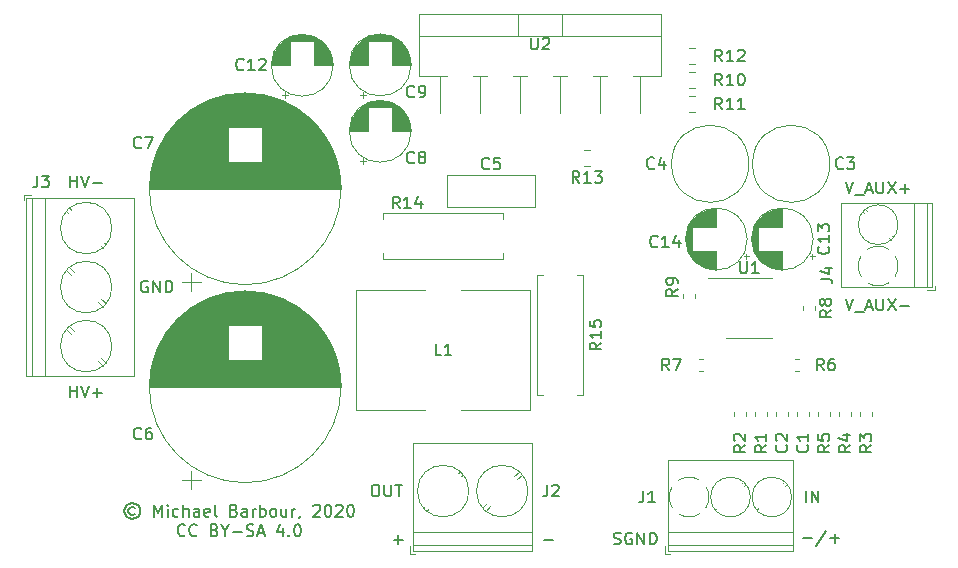
<source format=gbr>
G04 #@! TF.GenerationSoftware,KiCad,Pcbnew,5.1.9*
G04 #@! TF.CreationDate,2021-04-19T03:57:35-04:00*
G04 #@! TF.ProjectId,lm3886_amp_balanced_input,6c6d3338-3836-45f6-916d-705f62616c61,rev?*
G04 #@! TF.SameCoordinates,Original*
G04 #@! TF.FileFunction,Legend,Top*
G04 #@! TF.FilePolarity,Positive*
%FSLAX46Y46*%
G04 Gerber Fmt 4.6, Leading zero omitted, Abs format (unit mm)*
G04 Created by KiCad (PCBNEW 5.1.9) date 2021-04-19 03:57:35*
%MOMM*%
%LPD*%
G01*
G04 APERTURE LIST*
%ADD10C,0.150000*%
%ADD11C,0.120000*%
G04 APERTURE END LIST*
D10*
X113824857Y-101989476D02*
X113729619Y-101941857D01*
X113539142Y-101941857D01*
X113443904Y-101989476D01*
X113348666Y-102084714D01*
X113301047Y-102179952D01*
X113301047Y-102370428D01*
X113348666Y-102465666D01*
X113443904Y-102560904D01*
X113539142Y-102608523D01*
X113729619Y-102608523D01*
X113824857Y-102560904D01*
X113634380Y-101608523D02*
X113396285Y-101656142D01*
X113158190Y-101799000D01*
X113015333Y-102037095D01*
X112967714Y-102275190D01*
X113015333Y-102513285D01*
X113158190Y-102751380D01*
X113396285Y-102894238D01*
X113634380Y-102941857D01*
X113872476Y-102894238D01*
X114110571Y-102751380D01*
X114253428Y-102513285D01*
X114301047Y-102275190D01*
X114253428Y-102037095D01*
X114110571Y-101799000D01*
X113872476Y-101656142D01*
X113634380Y-101608523D01*
X115491523Y-102751380D02*
X115491523Y-101751380D01*
X115824857Y-102465666D01*
X116158190Y-101751380D01*
X116158190Y-102751380D01*
X116634380Y-102751380D02*
X116634380Y-102084714D01*
X116634380Y-101751380D02*
X116586761Y-101799000D01*
X116634380Y-101846619D01*
X116682000Y-101799000D01*
X116634380Y-101751380D01*
X116634380Y-101846619D01*
X117539142Y-102703761D02*
X117443904Y-102751380D01*
X117253428Y-102751380D01*
X117158190Y-102703761D01*
X117110571Y-102656142D01*
X117062952Y-102560904D01*
X117062952Y-102275190D01*
X117110571Y-102179952D01*
X117158190Y-102132333D01*
X117253428Y-102084714D01*
X117443904Y-102084714D01*
X117539142Y-102132333D01*
X117967714Y-102751380D02*
X117967714Y-101751380D01*
X118396285Y-102751380D02*
X118396285Y-102227571D01*
X118348666Y-102132333D01*
X118253428Y-102084714D01*
X118110571Y-102084714D01*
X118015333Y-102132333D01*
X117967714Y-102179952D01*
X119301047Y-102751380D02*
X119301047Y-102227571D01*
X119253428Y-102132333D01*
X119158190Y-102084714D01*
X118967714Y-102084714D01*
X118872476Y-102132333D01*
X119301047Y-102703761D02*
X119205809Y-102751380D01*
X118967714Y-102751380D01*
X118872476Y-102703761D01*
X118824857Y-102608523D01*
X118824857Y-102513285D01*
X118872476Y-102418047D01*
X118967714Y-102370428D01*
X119205809Y-102370428D01*
X119301047Y-102322809D01*
X120158190Y-102703761D02*
X120062952Y-102751380D01*
X119872476Y-102751380D01*
X119777238Y-102703761D01*
X119729619Y-102608523D01*
X119729619Y-102227571D01*
X119777238Y-102132333D01*
X119872476Y-102084714D01*
X120062952Y-102084714D01*
X120158190Y-102132333D01*
X120205809Y-102227571D01*
X120205809Y-102322809D01*
X119729619Y-102418047D01*
X120777238Y-102751380D02*
X120682000Y-102703761D01*
X120634380Y-102608523D01*
X120634380Y-101751380D01*
X122253428Y-102227571D02*
X122396285Y-102275190D01*
X122443904Y-102322809D01*
X122491523Y-102418047D01*
X122491523Y-102560904D01*
X122443904Y-102656142D01*
X122396285Y-102703761D01*
X122301047Y-102751380D01*
X121920095Y-102751380D01*
X121920095Y-101751380D01*
X122253428Y-101751380D01*
X122348666Y-101799000D01*
X122396285Y-101846619D01*
X122443904Y-101941857D01*
X122443904Y-102037095D01*
X122396285Y-102132333D01*
X122348666Y-102179952D01*
X122253428Y-102227571D01*
X121920095Y-102227571D01*
X123348666Y-102751380D02*
X123348666Y-102227571D01*
X123301047Y-102132333D01*
X123205809Y-102084714D01*
X123015333Y-102084714D01*
X122920095Y-102132333D01*
X123348666Y-102703761D02*
X123253428Y-102751380D01*
X123015333Y-102751380D01*
X122920095Y-102703761D01*
X122872476Y-102608523D01*
X122872476Y-102513285D01*
X122920095Y-102418047D01*
X123015333Y-102370428D01*
X123253428Y-102370428D01*
X123348666Y-102322809D01*
X123824857Y-102751380D02*
X123824857Y-102084714D01*
X123824857Y-102275190D02*
X123872476Y-102179952D01*
X123920095Y-102132333D01*
X124015333Y-102084714D01*
X124110571Y-102084714D01*
X124443904Y-102751380D02*
X124443904Y-101751380D01*
X124443904Y-102132333D02*
X124539142Y-102084714D01*
X124729619Y-102084714D01*
X124824857Y-102132333D01*
X124872476Y-102179952D01*
X124920095Y-102275190D01*
X124920095Y-102560904D01*
X124872476Y-102656142D01*
X124824857Y-102703761D01*
X124729619Y-102751380D01*
X124539142Y-102751380D01*
X124443904Y-102703761D01*
X125491523Y-102751380D02*
X125396285Y-102703761D01*
X125348666Y-102656142D01*
X125301047Y-102560904D01*
X125301047Y-102275190D01*
X125348666Y-102179952D01*
X125396285Y-102132333D01*
X125491523Y-102084714D01*
X125634380Y-102084714D01*
X125729619Y-102132333D01*
X125777238Y-102179952D01*
X125824857Y-102275190D01*
X125824857Y-102560904D01*
X125777238Y-102656142D01*
X125729619Y-102703761D01*
X125634380Y-102751380D01*
X125491523Y-102751380D01*
X126682000Y-102084714D02*
X126682000Y-102751380D01*
X126253428Y-102084714D02*
X126253428Y-102608523D01*
X126301047Y-102703761D01*
X126396285Y-102751380D01*
X126539142Y-102751380D01*
X126634380Y-102703761D01*
X126682000Y-102656142D01*
X127158190Y-102751380D02*
X127158190Y-102084714D01*
X127158190Y-102275190D02*
X127205809Y-102179952D01*
X127253428Y-102132333D01*
X127348666Y-102084714D01*
X127443904Y-102084714D01*
X127824857Y-102703761D02*
X127824857Y-102751380D01*
X127777238Y-102846619D01*
X127729619Y-102894238D01*
X128967714Y-101846619D02*
X129015333Y-101799000D01*
X129110571Y-101751380D01*
X129348666Y-101751380D01*
X129443904Y-101799000D01*
X129491523Y-101846619D01*
X129539142Y-101941857D01*
X129539142Y-102037095D01*
X129491523Y-102179952D01*
X128920095Y-102751380D01*
X129539142Y-102751380D01*
X130158190Y-101751380D02*
X130253428Y-101751380D01*
X130348666Y-101799000D01*
X130396285Y-101846619D01*
X130443904Y-101941857D01*
X130491523Y-102132333D01*
X130491523Y-102370428D01*
X130443904Y-102560904D01*
X130396285Y-102656142D01*
X130348666Y-102703761D01*
X130253428Y-102751380D01*
X130158190Y-102751380D01*
X130062952Y-102703761D01*
X130015333Y-102656142D01*
X129967714Y-102560904D01*
X129920095Y-102370428D01*
X129920095Y-102132333D01*
X129967714Y-101941857D01*
X130015333Y-101846619D01*
X130062952Y-101799000D01*
X130158190Y-101751380D01*
X130872476Y-101846619D02*
X130920095Y-101799000D01*
X131015333Y-101751380D01*
X131253428Y-101751380D01*
X131348666Y-101799000D01*
X131396285Y-101846619D01*
X131443904Y-101941857D01*
X131443904Y-102037095D01*
X131396285Y-102179952D01*
X130824857Y-102751380D01*
X131443904Y-102751380D01*
X132062952Y-101751380D02*
X132158190Y-101751380D01*
X132253428Y-101799000D01*
X132301047Y-101846619D01*
X132348666Y-101941857D01*
X132396285Y-102132333D01*
X132396285Y-102370428D01*
X132348666Y-102560904D01*
X132301047Y-102656142D01*
X132253428Y-102703761D01*
X132158190Y-102751380D01*
X132062952Y-102751380D01*
X131967714Y-102703761D01*
X131920095Y-102656142D01*
X131872476Y-102560904D01*
X131824857Y-102370428D01*
X131824857Y-102132333D01*
X131872476Y-101941857D01*
X131920095Y-101846619D01*
X131967714Y-101799000D01*
X132062952Y-101751380D01*
X118086761Y-104306142D02*
X118039142Y-104353761D01*
X117896285Y-104401380D01*
X117801047Y-104401380D01*
X117658190Y-104353761D01*
X117562952Y-104258523D01*
X117515333Y-104163285D01*
X117467714Y-103972809D01*
X117467714Y-103829952D01*
X117515333Y-103639476D01*
X117562952Y-103544238D01*
X117658190Y-103449000D01*
X117801047Y-103401380D01*
X117896285Y-103401380D01*
X118039142Y-103449000D01*
X118086761Y-103496619D01*
X119086761Y-104306142D02*
X119039142Y-104353761D01*
X118896285Y-104401380D01*
X118801047Y-104401380D01*
X118658190Y-104353761D01*
X118562952Y-104258523D01*
X118515333Y-104163285D01*
X118467714Y-103972809D01*
X118467714Y-103829952D01*
X118515333Y-103639476D01*
X118562952Y-103544238D01*
X118658190Y-103449000D01*
X118801047Y-103401380D01*
X118896285Y-103401380D01*
X119039142Y-103449000D01*
X119086761Y-103496619D01*
X120610571Y-103877571D02*
X120753428Y-103925190D01*
X120801047Y-103972809D01*
X120848666Y-104068047D01*
X120848666Y-104210904D01*
X120801047Y-104306142D01*
X120753428Y-104353761D01*
X120658190Y-104401380D01*
X120277238Y-104401380D01*
X120277238Y-103401380D01*
X120610571Y-103401380D01*
X120705809Y-103449000D01*
X120753428Y-103496619D01*
X120801047Y-103591857D01*
X120801047Y-103687095D01*
X120753428Y-103782333D01*
X120705809Y-103829952D01*
X120610571Y-103877571D01*
X120277238Y-103877571D01*
X121467714Y-103925190D02*
X121467714Y-104401380D01*
X121134380Y-103401380D02*
X121467714Y-103925190D01*
X121801047Y-103401380D01*
X122134380Y-104020428D02*
X122896285Y-104020428D01*
X123324857Y-104353761D02*
X123467714Y-104401380D01*
X123705809Y-104401380D01*
X123801047Y-104353761D01*
X123848666Y-104306142D01*
X123896285Y-104210904D01*
X123896285Y-104115666D01*
X123848666Y-104020428D01*
X123801047Y-103972809D01*
X123705809Y-103925190D01*
X123515333Y-103877571D01*
X123420095Y-103829952D01*
X123372476Y-103782333D01*
X123324857Y-103687095D01*
X123324857Y-103591857D01*
X123372476Y-103496619D01*
X123420095Y-103449000D01*
X123515333Y-103401380D01*
X123753428Y-103401380D01*
X123896285Y-103449000D01*
X124277238Y-104115666D02*
X124753428Y-104115666D01*
X124182000Y-104401380D02*
X124515333Y-103401380D01*
X124848666Y-104401380D01*
X126372476Y-103734714D02*
X126372476Y-104401380D01*
X126134380Y-103353761D02*
X125896285Y-104068047D01*
X126515333Y-104068047D01*
X126896285Y-104306142D02*
X126943904Y-104353761D01*
X126896285Y-104401380D01*
X126848666Y-104353761D01*
X126896285Y-104306142D01*
X126896285Y-104401380D01*
X127562952Y-103401380D02*
X127658190Y-103401380D01*
X127753428Y-103449000D01*
X127801047Y-103496619D01*
X127848666Y-103591857D01*
X127896285Y-103782333D01*
X127896285Y-104020428D01*
X127848666Y-104210904D01*
X127801047Y-104306142D01*
X127753428Y-104353761D01*
X127658190Y-104401380D01*
X127562952Y-104401380D01*
X127467714Y-104353761D01*
X127420095Y-104306142D01*
X127372476Y-104210904D01*
X127324857Y-104020428D01*
X127324857Y-103782333D01*
X127372476Y-103591857D01*
X127420095Y-103496619D01*
X127467714Y-103449000D01*
X127562952Y-103401380D01*
X170672190Y-101544380D02*
X170672190Y-100544380D01*
X171148380Y-101544380D02*
X171148380Y-100544380D01*
X171719809Y-101544380D01*
X171719809Y-100544380D01*
X170434190Y-104592428D02*
X171196095Y-104592428D01*
X172386571Y-103925761D02*
X171529428Y-105211476D01*
X172719904Y-104592428D02*
X173481809Y-104592428D01*
X173100857Y-104973380D02*
X173100857Y-104211476D01*
X154400476Y-105052761D02*
X154543333Y-105100380D01*
X154781428Y-105100380D01*
X154876666Y-105052761D01*
X154924285Y-105005142D01*
X154971904Y-104909904D01*
X154971904Y-104814666D01*
X154924285Y-104719428D01*
X154876666Y-104671809D01*
X154781428Y-104624190D01*
X154590952Y-104576571D01*
X154495714Y-104528952D01*
X154448095Y-104481333D01*
X154400476Y-104386095D01*
X154400476Y-104290857D01*
X154448095Y-104195619D01*
X154495714Y-104148000D01*
X154590952Y-104100380D01*
X154829047Y-104100380D01*
X154971904Y-104148000D01*
X155924285Y-104148000D02*
X155829047Y-104100380D01*
X155686190Y-104100380D01*
X155543333Y-104148000D01*
X155448095Y-104243238D01*
X155400476Y-104338476D01*
X155352857Y-104528952D01*
X155352857Y-104671809D01*
X155400476Y-104862285D01*
X155448095Y-104957523D01*
X155543333Y-105052761D01*
X155686190Y-105100380D01*
X155781428Y-105100380D01*
X155924285Y-105052761D01*
X155971904Y-105005142D01*
X155971904Y-104671809D01*
X155781428Y-104671809D01*
X156400476Y-105100380D02*
X156400476Y-104100380D01*
X156971904Y-105100380D01*
X156971904Y-104100380D01*
X157448095Y-105100380D02*
X157448095Y-104100380D01*
X157686190Y-104100380D01*
X157829047Y-104148000D01*
X157924285Y-104243238D01*
X157971904Y-104338476D01*
X158019523Y-104528952D01*
X158019523Y-104671809D01*
X157971904Y-104862285D01*
X157924285Y-104957523D01*
X157829047Y-105052761D01*
X157686190Y-105100380D01*
X157448095Y-105100380D01*
X148463047Y-104719428D02*
X149224952Y-104719428D01*
X135763047Y-104719428D02*
X136524952Y-104719428D01*
X136144000Y-105100380D02*
X136144000Y-104338476D01*
X114935095Y-82812000D02*
X114839857Y-82764380D01*
X114697000Y-82764380D01*
X114554142Y-82812000D01*
X114458904Y-82907238D01*
X114411285Y-83002476D01*
X114363666Y-83192952D01*
X114363666Y-83335809D01*
X114411285Y-83526285D01*
X114458904Y-83621523D01*
X114554142Y-83716761D01*
X114697000Y-83764380D01*
X114792238Y-83764380D01*
X114935095Y-83716761D01*
X114982714Y-83669142D01*
X114982714Y-83335809D01*
X114792238Y-83335809D01*
X115411285Y-83764380D02*
X115411285Y-82764380D01*
X115982714Y-83764380D01*
X115982714Y-82764380D01*
X116458904Y-83764380D02*
X116458904Y-82764380D01*
X116697000Y-82764380D01*
X116839857Y-82812000D01*
X116935095Y-82907238D01*
X116982714Y-83002476D01*
X117030333Y-83192952D01*
X117030333Y-83335809D01*
X116982714Y-83526285D01*
X116935095Y-83621523D01*
X116839857Y-83716761D01*
X116697000Y-83764380D01*
X116458904Y-83764380D01*
X108394666Y-74874380D02*
X108394666Y-73874380D01*
X108394666Y-74350571D02*
X108966095Y-74350571D01*
X108966095Y-74874380D02*
X108966095Y-73874380D01*
X109299428Y-73874380D02*
X109632761Y-74874380D01*
X109966095Y-73874380D01*
X110299428Y-74493428D02*
X111061333Y-74493428D01*
X108394666Y-92654380D02*
X108394666Y-91654380D01*
X108394666Y-92130571D02*
X108966095Y-92130571D01*
X108966095Y-92654380D02*
X108966095Y-91654380D01*
X109299428Y-91654380D02*
X109632761Y-92654380D01*
X109966095Y-91654380D01*
X110299428Y-92273428D02*
X111061333Y-92273428D01*
X110680380Y-92654380D02*
X110680380Y-91892476D01*
X134128000Y-100036380D02*
X134318476Y-100036380D01*
X134413714Y-100084000D01*
X134508952Y-100179238D01*
X134556571Y-100369714D01*
X134556571Y-100703047D01*
X134508952Y-100893523D01*
X134413714Y-100988761D01*
X134318476Y-101036380D01*
X134128000Y-101036380D01*
X134032761Y-100988761D01*
X133937523Y-100893523D01*
X133889904Y-100703047D01*
X133889904Y-100369714D01*
X133937523Y-100179238D01*
X134032761Y-100084000D01*
X134128000Y-100036380D01*
X134985142Y-100036380D02*
X134985142Y-100845904D01*
X135032761Y-100941142D01*
X135080380Y-100988761D01*
X135175619Y-101036380D01*
X135366095Y-101036380D01*
X135461333Y-100988761D01*
X135508952Y-100941142D01*
X135556571Y-100845904D01*
X135556571Y-100036380D01*
X135889904Y-100036380D02*
X136461333Y-100036380D01*
X136175619Y-101036380D02*
X136175619Y-100036380D01*
X174022095Y-84288380D02*
X174355428Y-85288380D01*
X174688761Y-84288380D01*
X174784000Y-85383619D02*
X175545904Y-85383619D01*
X175736380Y-85002666D02*
X176212571Y-85002666D01*
X175641142Y-85288380D02*
X175974476Y-84288380D01*
X176307809Y-85288380D01*
X176641142Y-84288380D02*
X176641142Y-85097904D01*
X176688761Y-85193142D01*
X176736380Y-85240761D01*
X176831619Y-85288380D01*
X177022095Y-85288380D01*
X177117333Y-85240761D01*
X177164952Y-85193142D01*
X177212571Y-85097904D01*
X177212571Y-84288380D01*
X177593523Y-84288380D02*
X178260190Y-85288380D01*
X178260190Y-84288380D02*
X177593523Y-85288380D01*
X178641142Y-84907428D02*
X179403047Y-84907428D01*
X174022095Y-74382380D02*
X174355428Y-75382380D01*
X174688761Y-74382380D01*
X174784000Y-75477619D02*
X175545904Y-75477619D01*
X175736380Y-75096666D02*
X176212571Y-75096666D01*
X175641142Y-75382380D02*
X175974476Y-74382380D01*
X176307809Y-75382380D01*
X176641142Y-74382380D02*
X176641142Y-75191904D01*
X176688761Y-75287142D01*
X176736380Y-75334761D01*
X176831619Y-75382380D01*
X177022095Y-75382380D01*
X177117333Y-75334761D01*
X177164952Y-75287142D01*
X177212571Y-75191904D01*
X177212571Y-74382380D01*
X177593523Y-74382380D02*
X178260190Y-75382380D01*
X178260190Y-74382380D02*
X177593523Y-75382380D01*
X178641142Y-75001428D02*
X179403047Y-75001428D01*
X179022095Y-75382380D02*
X179022095Y-74620476D01*
D11*
X147320000Y-93726000D02*
X141478000Y-93726000D01*
X147320000Y-83566000D02*
X147320000Y-93726000D01*
X141478000Y-83566000D02*
X147320000Y-83566000D01*
X132588000Y-93726000D02*
X138430000Y-93726000D01*
X132588000Y-83566000D02*
X132588000Y-93726000D01*
X138430000Y-83566000D02*
X132588000Y-83566000D01*
X160272000Y-83911221D02*
X160272000Y-84236779D01*
X161292000Y-83911221D02*
X161292000Y-84236779D01*
X170432000Y-84927221D02*
X170432000Y-85252779D01*
X171452000Y-84927221D02*
X171452000Y-85252779D01*
X161969779Y-90426000D02*
X161644221Y-90426000D01*
X161969779Y-89406000D02*
X161644221Y-89406000D01*
X170088779Y-89406000D02*
X169763221Y-89406000D01*
X170088779Y-90426000D02*
X169763221Y-90426000D01*
X151878422Y-71680000D02*
X152395578Y-71680000D01*
X151878422Y-73100000D02*
X152395578Y-73100000D01*
X161285578Y-64464000D02*
X160768422Y-64464000D01*
X161285578Y-63044000D02*
X160768422Y-63044000D01*
X160786422Y-67108000D02*
X161303578Y-67108000D01*
X160786422Y-68528000D02*
X161303578Y-68528000D01*
X160786422Y-65076000D02*
X161303578Y-65076000D01*
X160786422Y-66496000D02*
X161303578Y-66496000D01*
X171702000Y-94255779D02*
X171702000Y-93930221D01*
X172722000Y-94255779D02*
X172722000Y-93930221D01*
X174500000Y-93930221D02*
X174500000Y-94255779D01*
X173480000Y-93930221D02*
X173480000Y-94255779D01*
X175258000Y-94255779D02*
X175258000Y-93930221D01*
X176278000Y-94255779D02*
X176278000Y-93930221D01*
X165610000Y-93930221D02*
X165610000Y-94255779D01*
X164590000Y-93930221D02*
X164590000Y-94255779D01*
X167388000Y-93930221D02*
X167388000Y-94255779D01*
X166368000Y-93930221D02*
X166368000Y-94255779D01*
X168146000Y-94255779D02*
X168146000Y-93930221D01*
X169166000Y-94255779D02*
X169166000Y-93930221D01*
X170944000Y-93930221D02*
X170944000Y-94255779D01*
X169924000Y-93930221D02*
X169924000Y-94255779D01*
X181584000Y-83584000D02*
X181584000Y-83184000D01*
X180944000Y-83584000D02*
X181584000Y-83584000D01*
X177725000Y-79179000D02*
X177853000Y-79308000D01*
X175509000Y-76964000D02*
X175603000Y-77058000D01*
X177965000Y-79009000D02*
X178058000Y-79103000D01*
X175715000Y-76759000D02*
X175843000Y-76888000D01*
X173624000Y-76224000D02*
X181344000Y-76224000D01*
X173624000Y-83344000D02*
X181344000Y-83344000D01*
X181344000Y-83344000D02*
X181344000Y-76224000D01*
X173624000Y-83344000D02*
X173624000Y-76224000D01*
X179784000Y-83344000D02*
X179784000Y-76224000D01*
X180884000Y-83344000D02*
X180884000Y-76224000D01*
X178464000Y-78034000D02*
G75*
G03*
X178464000Y-78034000I-1680000J0D01*
G01*
X178464099Y-81505326D02*
G75*
G02*
X178224000Y-82400000I-1680099J-28674D01*
G01*
X177673894Y-82959358D02*
G75*
G02*
X175918000Y-82974000I-889894J1425358D01*
G01*
X175358642Y-82423894D02*
G75*
G02*
X175344000Y-80668000I1425358J889894D01*
G01*
X175893807Y-80108495D02*
G75*
G02*
X177675000Y-80109000I890193J-1425505D01*
G01*
X178208721Y-80643736D02*
G75*
G02*
X178464000Y-81534000I-1424721J-890264D01*
G01*
X104428000Y-75512000D02*
X104428000Y-75912000D01*
X105068000Y-75512000D02*
X104428000Y-75512000D01*
X108736000Y-87054000D02*
X108340000Y-86659000D01*
X111382000Y-89700000D02*
X111002000Y-89320000D01*
X108454000Y-87305000D02*
X108074000Y-86925000D01*
X111116000Y-89966000D02*
X110720000Y-89571000D01*
X108736000Y-82054000D02*
X108340000Y-81659000D01*
X111382000Y-84700000D02*
X111002000Y-84320000D01*
X108454000Y-82305000D02*
X108074000Y-81925000D01*
X111116000Y-84966000D02*
X110720000Y-84571000D01*
X108447000Y-76764000D02*
X108340000Y-76658000D01*
X111382000Y-79700000D02*
X111275000Y-79593000D01*
X108181000Y-77030000D02*
X108074000Y-76924000D01*
X111116000Y-79966000D02*
X111009000Y-79859000D01*
X113788000Y-90872000D02*
X104668000Y-90872000D01*
X113788000Y-75752000D02*
X104668000Y-75752000D01*
X104668000Y-75752000D02*
X104668000Y-90872000D01*
X113788000Y-75752000D02*
X113788000Y-90872000D01*
X106228000Y-75752000D02*
X106228000Y-90872000D01*
X105128000Y-75752000D02*
X105128000Y-90872000D01*
X111908000Y-88312000D02*
G75*
G03*
X111908000Y-88312000I-2180000J0D01*
G01*
X111908000Y-83312000D02*
G75*
G03*
X111908000Y-83312000I-2180000J0D01*
G01*
X111908000Y-78312000D02*
G75*
G03*
X111908000Y-78312000I-2180000J0D01*
G01*
X137154000Y-105884000D02*
X137554000Y-105884000D01*
X137154000Y-105244000D02*
X137154000Y-105884000D01*
X143696000Y-101576000D02*
X143301000Y-101972000D01*
X146342000Y-98930000D02*
X145962000Y-99310000D01*
X143947000Y-101858000D02*
X143567000Y-102238000D01*
X146608000Y-99196000D02*
X146213000Y-99592000D01*
X138406000Y-101865000D02*
X138300000Y-101972000D01*
X141342000Y-98930000D02*
X141235000Y-99037000D01*
X138672000Y-102131000D02*
X138566000Y-102238000D01*
X141608000Y-99196000D02*
X141501000Y-99303000D01*
X147514000Y-96524000D02*
X147514000Y-105644000D01*
X137394000Y-96524000D02*
X137394000Y-105644000D01*
X137394000Y-105644000D02*
X147514000Y-105644000D01*
X137394000Y-96524000D02*
X147514000Y-96524000D01*
X137394000Y-104084000D02*
X147514000Y-104084000D01*
X137394000Y-105184000D02*
X147514000Y-105184000D01*
X147134000Y-100584000D02*
G75*
G03*
X147134000Y-100584000I-2180000J0D01*
G01*
X142134000Y-100584000D02*
G75*
G03*
X142134000Y-100584000I-2180000J0D01*
G01*
X158732000Y-105892000D02*
X159132000Y-105892000D01*
X158732000Y-105252000D02*
X158732000Y-105892000D01*
X166637000Y-102033000D02*
X166508000Y-102161000D01*
X168852000Y-99817000D02*
X168758000Y-99911000D01*
X166807000Y-102273000D02*
X166713000Y-102366000D01*
X169057000Y-100023000D02*
X168928000Y-100151000D01*
X163137000Y-102033000D02*
X163008000Y-102161000D01*
X165352000Y-99817000D02*
X165258000Y-99911000D01*
X163307000Y-102273000D02*
X163213000Y-102366000D01*
X165557000Y-100023000D02*
X165428000Y-100151000D01*
X169592000Y-97932000D02*
X169592000Y-105652000D01*
X158972000Y-97932000D02*
X158972000Y-105652000D01*
X158972000Y-105652000D02*
X169592000Y-105652000D01*
X158972000Y-97932000D02*
X169592000Y-97932000D01*
X158972000Y-104092000D02*
X169592000Y-104092000D01*
X158972000Y-105192000D02*
X169592000Y-105192000D01*
X169462000Y-101092000D02*
G75*
G03*
X169462000Y-101092000I-1680000J0D01*
G01*
X165962000Y-101092000D02*
G75*
G03*
X165962000Y-101092000I-1680000J0D01*
G01*
X160810674Y-102772099D02*
G75*
G02*
X159916000Y-102532000I-28674J1680099D01*
G01*
X159356642Y-101981894D02*
G75*
G02*
X159342000Y-100226000I1425358J889894D01*
G01*
X159892106Y-99666642D02*
G75*
G02*
X161648000Y-99652000I889894J-1425358D01*
G01*
X162207505Y-100201807D02*
G75*
G02*
X162207000Y-101983000I-1425505J-890193D01*
G01*
X161672264Y-102516721D02*
G75*
G02*
X160782000Y-102772000I-890264J1424721D01*
G01*
X145024000Y-80434000D02*
X145024000Y-80914000D01*
X145024000Y-80914000D02*
X134884000Y-80914000D01*
X134884000Y-80914000D02*
X134884000Y-80434000D01*
X145024000Y-77554000D02*
X145024000Y-77074000D01*
X145024000Y-77074000D02*
X134884000Y-77074000D01*
X134884000Y-77074000D02*
X134884000Y-77554000D01*
X148420000Y-92446000D02*
X147940000Y-92446000D01*
X147940000Y-92446000D02*
X147940000Y-82306000D01*
X147940000Y-82306000D02*
X148420000Y-82306000D01*
X151300000Y-92446000D02*
X151780000Y-92446000D01*
X151780000Y-92446000D02*
X151780000Y-82306000D01*
X151780000Y-82306000D02*
X151300000Y-82306000D01*
X165862000Y-87650000D02*
X167812000Y-87650000D01*
X165862000Y-87650000D02*
X163912000Y-87650000D01*
X165862000Y-82530000D02*
X167812000Y-82530000D01*
X165862000Y-82530000D02*
X162412000Y-82530000D01*
X165830000Y-72878000D02*
G75*
G03*
X165830000Y-72878000I-3270000J0D01*
G01*
X172688000Y-72878000D02*
G75*
G03*
X172688000Y-72878000I-3270000J0D01*
G01*
X156648000Y-65423000D02*
X156648000Y-68582000D01*
X153248000Y-65423000D02*
X153248000Y-68582000D01*
X149848000Y-65423000D02*
X149848000Y-68582000D01*
X146448000Y-65423000D02*
X146448000Y-68582000D01*
X143048000Y-65423000D02*
X143048000Y-68582000D01*
X139648000Y-65423000D02*
X139648000Y-68582000D01*
X149998000Y-60182000D02*
X149998000Y-62022000D01*
X146298000Y-60182000D02*
X146298000Y-62022000D01*
X137928000Y-62022000D02*
X158368000Y-62022000D01*
X158368000Y-60182000D02*
X158368000Y-65423000D01*
X137928000Y-60182000D02*
X137928000Y-65423000D01*
X156048000Y-65423000D02*
X158368000Y-65423000D01*
X152648000Y-65423000D02*
X153848000Y-65423000D01*
X149248000Y-65423000D02*
X150448000Y-65423000D01*
X145848000Y-65423000D02*
X147048000Y-65423000D01*
X142448000Y-65423000D02*
X143648000Y-65423000D01*
X137928000Y-65423000D02*
X140248000Y-65423000D01*
X137928000Y-60182000D02*
X158368000Y-60182000D01*
X130636000Y-64532000D02*
G75*
G03*
X130636000Y-64532000I-2620000J0D01*
G01*
X129056000Y-64532000D02*
X130596000Y-64532000D01*
X125436000Y-64532000D02*
X126976000Y-64532000D01*
X129056000Y-64492000D02*
X130596000Y-64492000D01*
X125436000Y-64492000D02*
X126976000Y-64492000D01*
X125437000Y-64452000D02*
X126976000Y-64452000D01*
X129056000Y-64452000D02*
X130595000Y-64452000D01*
X125438000Y-64412000D02*
X126976000Y-64412000D01*
X129056000Y-64412000D02*
X130594000Y-64412000D01*
X125440000Y-64372000D02*
X126976000Y-64372000D01*
X129056000Y-64372000D02*
X130592000Y-64372000D01*
X125443000Y-64332000D02*
X126976000Y-64332000D01*
X129056000Y-64332000D02*
X130589000Y-64332000D01*
X125447000Y-64292000D02*
X126976000Y-64292000D01*
X129056000Y-64292000D02*
X130585000Y-64292000D01*
X125451000Y-64252000D02*
X126976000Y-64252000D01*
X129056000Y-64252000D02*
X130581000Y-64252000D01*
X125455000Y-64212000D02*
X126976000Y-64212000D01*
X129056000Y-64212000D02*
X130577000Y-64212000D01*
X125460000Y-64172000D02*
X126976000Y-64172000D01*
X129056000Y-64172000D02*
X130572000Y-64172000D01*
X125466000Y-64132000D02*
X126976000Y-64132000D01*
X129056000Y-64132000D02*
X130566000Y-64132000D01*
X125473000Y-64092000D02*
X126976000Y-64092000D01*
X129056000Y-64092000D02*
X130559000Y-64092000D01*
X125480000Y-64052000D02*
X126976000Y-64052000D01*
X129056000Y-64052000D02*
X130552000Y-64052000D01*
X125488000Y-64012000D02*
X126976000Y-64012000D01*
X129056000Y-64012000D02*
X130544000Y-64012000D01*
X125496000Y-63972000D02*
X126976000Y-63972000D01*
X129056000Y-63972000D02*
X130536000Y-63972000D01*
X125505000Y-63932000D02*
X126976000Y-63932000D01*
X129056000Y-63932000D02*
X130527000Y-63932000D01*
X125515000Y-63892000D02*
X126976000Y-63892000D01*
X129056000Y-63892000D02*
X130517000Y-63892000D01*
X125525000Y-63852000D02*
X126976000Y-63852000D01*
X129056000Y-63852000D02*
X130507000Y-63852000D01*
X125536000Y-63811000D02*
X126976000Y-63811000D01*
X129056000Y-63811000D02*
X130496000Y-63811000D01*
X125548000Y-63771000D02*
X126976000Y-63771000D01*
X129056000Y-63771000D02*
X130484000Y-63771000D01*
X125561000Y-63731000D02*
X126976000Y-63731000D01*
X129056000Y-63731000D02*
X130471000Y-63731000D01*
X125574000Y-63691000D02*
X126976000Y-63691000D01*
X129056000Y-63691000D02*
X130458000Y-63691000D01*
X125588000Y-63651000D02*
X126976000Y-63651000D01*
X129056000Y-63651000D02*
X130444000Y-63651000D01*
X125602000Y-63611000D02*
X126976000Y-63611000D01*
X129056000Y-63611000D02*
X130430000Y-63611000D01*
X125618000Y-63571000D02*
X126976000Y-63571000D01*
X129056000Y-63571000D02*
X130414000Y-63571000D01*
X125634000Y-63531000D02*
X126976000Y-63531000D01*
X129056000Y-63531000D02*
X130398000Y-63531000D01*
X125651000Y-63491000D02*
X126976000Y-63491000D01*
X129056000Y-63491000D02*
X130381000Y-63491000D01*
X125668000Y-63451000D02*
X126976000Y-63451000D01*
X129056000Y-63451000D02*
X130364000Y-63451000D01*
X125687000Y-63411000D02*
X126976000Y-63411000D01*
X129056000Y-63411000D02*
X130345000Y-63411000D01*
X125706000Y-63371000D02*
X126976000Y-63371000D01*
X129056000Y-63371000D02*
X130326000Y-63371000D01*
X125726000Y-63331000D02*
X126976000Y-63331000D01*
X129056000Y-63331000D02*
X130306000Y-63331000D01*
X125748000Y-63291000D02*
X126976000Y-63291000D01*
X129056000Y-63291000D02*
X130284000Y-63291000D01*
X125769000Y-63251000D02*
X126976000Y-63251000D01*
X129056000Y-63251000D02*
X130263000Y-63251000D01*
X125792000Y-63211000D02*
X126976000Y-63211000D01*
X129056000Y-63211000D02*
X130240000Y-63211000D01*
X125816000Y-63171000D02*
X126976000Y-63171000D01*
X129056000Y-63171000D02*
X130216000Y-63171000D01*
X125841000Y-63131000D02*
X126976000Y-63131000D01*
X129056000Y-63131000D02*
X130191000Y-63131000D01*
X125867000Y-63091000D02*
X126976000Y-63091000D01*
X129056000Y-63091000D02*
X130165000Y-63091000D01*
X125894000Y-63051000D02*
X126976000Y-63051000D01*
X129056000Y-63051000D02*
X130138000Y-63051000D01*
X125921000Y-63011000D02*
X126976000Y-63011000D01*
X129056000Y-63011000D02*
X130111000Y-63011000D01*
X125951000Y-62971000D02*
X126976000Y-62971000D01*
X129056000Y-62971000D02*
X130081000Y-62971000D01*
X125981000Y-62931000D02*
X126976000Y-62931000D01*
X129056000Y-62931000D02*
X130051000Y-62931000D01*
X126012000Y-62891000D02*
X126976000Y-62891000D01*
X129056000Y-62891000D02*
X130020000Y-62891000D01*
X126045000Y-62851000D02*
X126976000Y-62851000D01*
X129056000Y-62851000D02*
X129987000Y-62851000D01*
X126079000Y-62811000D02*
X126976000Y-62811000D01*
X129056000Y-62811000D02*
X129953000Y-62811000D01*
X126115000Y-62771000D02*
X126976000Y-62771000D01*
X129056000Y-62771000D02*
X129917000Y-62771000D01*
X126152000Y-62731000D02*
X126976000Y-62731000D01*
X129056000Y-62731000D02*
X129880000Y-62731000D01*
X126190000Y-62691000D02*
X126976000Y-62691000D01*
X129056000Y-62691000D02*
X129842000Y-62691000D01*
X126231000Y-62651000D02*
X126976000Y-62651000D01*
X129056000Y-62651000D02*
X129801000Y-62651000D01*
X126273000Y-62611000D02*
X126976000Y-62611000D01*
X129056000Y-62611000D02*
X129759000Y-62611000D01*
X126317000Y-62571000D02*
X126976000Y-62571000D01*
X129056000Y-62571000D02*
X129715000Y-62571000D01*
X126363000Y-62531000D02*
X126976000Y-62531000D01*
X129056000Y-62531000D02*
X129669000Y-62531000D01*
X126411000Y-62491000D02*
X129621000Y-62491000D01*
X126462000Y-62451000D02*
X129570000Y-62451000D01*
X126516000Y-62411000D02*
X129516000Y-62411000D01*
X126573000Y-62371000D02*
X129459000Y-62371000D01*
X126633000Y-62331000D02*
X129399000Y-62331000D01*
X126697000Y-62291000D02*
X129335000Y-62291000D01*
X126765000Y-62251000D02*
X129267000Y-62251000D01*
X126838000Y-62211000D02*
X129194000Y-62211000D01*
X126918000Y-62171000D02*
X129114000Y-62171000D01*
X127005000Y-62131000D02*
X129027000Y-62131000D01*
X127101000Y-62091000D02*
X128931000Y-62091000D01*
X127211000Y-62051000D02*
X128821000Y-62051000D01*
X127339000Y-62011000D02*
X128693000Y-62011000D01*
X127498000Y-61971000D02*
X128534000Y-61971000D01*
X127732000Y-61931000D02*
X128300000Y-61931000D01*
X126541000Y-67336775D02*
X126541000Y-66836775D01*
X126291000Y-67086775D02*
X126791000Y-67086775D01*
X165704000Y-79248000D02*
G75*
G03*
X165704000Y-79248000I-2620000J0D01*
G01*
X163084000Y-78208000D02*
X163084000Y-76668000D01*
X163084000Y-81828000D02*
X163084000Y-80288000D01*
X163044000Y-78208000D02*
X163044000Y-76668000D01*
X163044000Y-81828000D02*
X163044000Y-80288000D01*
X163004000Y-81827000D02*
X163004000Y-80288000D01*
X163004000Y-78208000D02*
X163004000Y-76669000D01*
X162964000Y-81826000D02*
X162964000Y-80288000D01*
X162964000Y-78208000D02*
X162964000Y-76670000D01*
X162924000Y-81824000D02*
X162924000Y-80288000D01*
X162924000Y-78208000D02*
X162924000Y-76672000D01*
X162884000Y-81821000D02*
X162884000Y-80288000D01*
X162884000Y-78208000D02*
X162884000Y-76675000D01*
X162844000Y-81817000D02*
X162844000Y-80288000D01*
X162844000Y-78208000D02*
X162844000Y-76679000D01*
X162804000Y-81813000D02*
X162804000Y-80288000D01*
X162804000Y-78208000D02*
X162804000Y-76683000D01*
X162764000Y-81809000D02*
X162764000Y-80288000D01*
X162764000Y-78208000D02*
X162764000Y-76687000D01*
X162724000Y-81804000D02*
X162724000Y-80288000D01*
X162724000Y-78208000D02*
X162724000Y-76692000D01*
X162684000Y-81798000D02*
X162684000Y-80288000D01*
X162684000Y-78208000D02*
X162684000Y-76698000D01*
X162644000Y-81791000D02*
X162644000Y-80288000D01*
X162644000Y-78208000D02*
X162644000Y-76705000D01*
X162604000Y-81784000D02*
X162604000Y-80288000D01*
X162604000Y-78208000D02*
X162604000Y-76712000D01*
X162564000Y-81776000D02*
X162564000Y-80288000D01*
X162564000Y-78208000D02*
X162564000Y-76720000D01*
X162524000Y-81768000D02*
X162524000Y-80288000D01*
X162524000Y-78208000D02*
X162524000Y-76728000D01*
X162484000Y-81759000D02*
X162484000Y-80288000D01*
X162484000Y-78208000D02*
X162484000Y-76737000D01*
X162444000Y-81749000D02*
X162444000Y-80288000D01*
X162444000Y-78208000D02*
X162444000Y-76747000D01*
X162404000Y-81739000D02*
X162404000Y-80288000D01*
X162404000Y-78208000D02*
X162404000Y-76757000D01*
X162363000Y-81728000D02*
X162363000Y-80288000D01*
X162363000Y-78208000D02*
X162363000Y-76768000D01*
X162323000Y-81716000D02*
X162323000Y-80288000D01*
X162323000Y-78208000D02*
X162323000Y-76780000D01*
X162283000Y-81703000D02*
X162283000Y-80288000D01*
X162283000Y-78208000D02*
X162283000Y-76793000D01*
X162243000Y-81690000D02*
X162243000Y-80288000D01*
X162243000Y-78208000D02*
X162243000Y-76806000D01*
X162203000Y-81676000D02*
X162203000Y-80288000D01*
X162203000Y-78208000D02*
X162203000Y-76820000D01*
X162163000Y-81662000D02*
X162163000Y-80288000D01*
X162163000Y-78208000D02*
X162163000Y-76834000D01*
X162123000Y-81646000D02*
X162123000Y-80288000D01*
X162123000Y-78208000D02*
X162123000Y-76850000D01*
X162083000Y-81630000D02*
X162083000Y-80288000D01*
X162083000Y-78208000D02*
X162083000Y-76866000D01*
X162043000Y-81613000D02*
X162043000Y-80288000D01*
X162043000Y-78208000D02*
X162043000Y-76883000D01*
X162003000Y-81596000D02*
X162003000Y-80288000D01*
X162003000Y-78208000D02*
X162003000Y-76900000D01*
X161963000Y-81577000D02*
X161963000Y-80288000D01*
X161963000Y-78208000D02*
X161963000Y-76919000D01*
X161923000Y-81558000D02*
X161923000Y-80288000D01*
X161923000Y-78208000D02*
X161923000Y-76938000D01*
X161883000Y-81538000D02*
X161883000Y-80288000D01*
X161883000Y-78208000D02*
X161883000Y-76958000D01*
X161843000Y-81516000D02*
X161843000Y-80288000D01*
X161843000Y-78208000D02*
X161843000Y-76980000D01*
X161803000Y-81495000D02*
X161803000Y-80288000D01*
X161803000Y-78208000D02*
X161803000Y-77001000D01*
X161763000Y-81472000D02*
X161763000Y-80288000D01*
X161763000Y-78208000D02*
X161763000Y-77024000D01*
X161723000Y-81448000D02*
X161723000Y-80288000D01*
X161723000Y-78208000D02*
X161723000Y-77048000D01*
X161683000Y-81423000D02*
X161683000Y-80288000D01*
X161683000Y-78208000D02*
X161683000Y-77073000D01*
X161643000Y-81397000D02*
X161643000Y-80288000D01*
X161643000Y-78208000D02*
X161643000Y-77099000D01*
X161603000Y-81370000D02*
X161603000Y-80288000D01*
X161603000Y-78208000D02*
X161603000Y-77126000D01*
X161563000Y-81343000D02*
X161563000Y-80288000D01*
X161563000Y-78208000D02*
X161563000Y-77153000D01*
X161523000Y-81313000D02*
X161523000Y-80288000D01*
X161523000Y-78208000D02*
X161523000Y-77183000D01*
X161483000Y-81283000D02*
X161483000Y-80288000D01*
X161483000Y-78208000D02*
X161483000Y-77213000D01*
X161443000Y-81252000D02*
X161443000Y-80288000D01*
X161443000Y-78208000D02*
X161443000Y-77244000D01*
X161403000Y-81219000D02*
X161403000Y-80288000D01*
X161403000Y-78208000D02*
X161403000Y-77277000D01*
X161363000Y-81185000D02*
X161363000Y-80288000D01*
X161363000Y-78208000D02*
X161363000Y-77311000D01*
X161323000Y-81149000D02*
X161323000Y-80288000D01*
X161323000Y-78208000D02*
X161323000Y-77347000D01*
X161283000Y-81112000D02*
X161283000Y-80288000D01*
X161283000Y-78208000D02*
X161283000Y-77384000D01*
X161243000Y-81074000D02*
X161243000Y-80288000D01*
X161243000Y-78208000D02*
X161243000Y-77422000D01*
X161203000Y-81033000D02*
X161203000Y-80288000D01*
X161203000Y-78208000D02*
X161203000Y-77463000D01*
X161163000Y-80991000D02*
X161163000Y-80288000D01*
X161163000Y-78208000D02*
X161163000Y-77505000D01*
X161123000Y-80947000D02*
X161123000Y-80288000D01*
X161123000Y-78208000D02*
X161123000Y-77549000D01*
X161083000Y-80901000D02*
X161083000Y-80288000D01*
X161083000Y-78208000D02*
X161083000Y-77595000D01*
X161043000Y-80853000D02*
X161043000Y-77643000D01*
X161003000Y-80802000D02*
X161003000Y-77694000D01*
X160963000Y-80748000D02*
X160963000Y-77748000D01*
X160923000Y-80691000D02*
X160923000Y-77805000D01*
X160883000Y-80631000D02*
X160883000Y-77865000D01*
X160843000Y-80567000D02*
X160843000Y-77929000D01*
X160803000Y-80499000D02*
X160803000Y-77997000D01*
X160763000Y-80426000D02*
X160763000Y-78070000D01*
X160723000Y-80346000D02*
X160723000Y-78150000D01*
X160683000Y-80259000D02*
X160683000Y-78237000D01*
X160643000Y-80163000D02*
X160643000Y-78333000D01*
X160603000Y-80053000D02*
X160603000Y-78443000D01*
X160563000Y-79925000D02*
X160563000Y-78571000D01*
X160523000Y-79766000D02*
X160523000Y-78730000D01*
X160483000Y-79532000D02*
X160483000Y-78964000D01*
X165888775Y-80723000D02*
X165388775Y-80723000D01*
X165638775Y-80973000D02*
X165638775Y-80473000D01*
X171292000Y-79248000D02*
G75*
G03*
X171292000Y-79248000I-2620000J0D01*
G01*
X168672000Y-78208000D02*
X168672000Y-76668000D01*
X168672000Y-81828000D02*
X168672000Y-80288000D01*
X168632000Y-78208000D02*
X168632000Y-76668000D01*
X168632000Y-81828000D02*
X168632000Y-80288000D01*
X168592000Y-81827000D02*
X168592000Y-80288000D01*
X168592000Y-78208000D02*
X168592000Y-76669000D01*
X168552000Y-81826000D02*
X168552000Y-80288000D01*
X168552000Y-78208000D02*
X168552000Y-76670000D01*
X168512000Y-81824000D02*
X168512000Y-80288000D01*
X168512000Y-78208000D02*
X168512000Y-76672000D01*
X168472000Y-81821000D02*
X168472000Y-80288000D01*
X168472000Y-78208000D02*
X168472000Y-76675000D01*
X168432000Y-81817000D02*
X168432000Y-80288000D01*
X168432000Y-78208000D02*
X168432000Y-76679000D01*
X168392000Y-81813000D02*
X168392000Y-80288000D01*
X168392000Y-78208000D02*
X168392000Y-76683000D01*
X168352000Y-81809000D02*
X168352000Y-80288000D01*
X168352000Y-78208000D02*
X168352000Y-76687000D01*
X168312000Y-81804000D02*
X168312000Y-80288000D01*
X168312000Y-78208000D02*
X168312000Y-76692000D01*
X168272000Y-81798000D02*
X168272000Y-80288000D01*
X168272000Y-78208000D02*
X168272000Y-76698000D01*
X168232000Y-81791000D02*
X168232000Y-80288000D01*
X168232000Y-78208000D02*
X168232000Y-76705000D01*
X168192000Y-81784000D02*
X168192000Y-80288000D01*
X168192000Y-78208000D02*
X168192000Y-76712000D01*
X168152000Y-81776000D02*
X168152000Y-80288000D01*
X168152000Y-78208000D02*
X168152000Y-76720000D01*
X168112000Y-81768000D02*
X168112000Y-80288000D01*
X168112000Y-78208000D02*
X168112000Y-76728000D01*
X168072000Y-81759000D02*
X168072000Y-80288000D01*
X168072000Y-78208000D02*
X168072000Y-76737000D01*
X168032000Y-81749000D02*
X168032000Y-80288000D01*
X168032000Y-78208000D02*
X168032000Y-76747000D01*
X167992000Y-81739000D02*
X167992000Y-80288000D01*
X167992000Y-78208000D02*
X167992000Y-76757000D01*
X167951000Y-81728000D02*
X167951000Y-80288000D01*
X167951000Y-78208000D02*
X167951000Y-76768000D01*
X167911000Y-81716000D02*
X167911000Y-80288000D01*
X167911000Y-78208000D02*
X167911000Y-76780000D01*
X167871000Y-81703000D02*
X167871000Y-80288000D01*
X167871000Y-78208000D02*
X167871000Y-76793000D01*
X167831000Y-81690000D02*
X167831000Y-80288000D01*
X167831000Y-78208000D02*
X167831000Y-76806000D01*
X167791000Y-81676000D02*
X167791000Y-80288000D01*
X167791000Y-78208000D02*
X167791000Y-76820000D01*
X167751000Y-81662000D02*
X167751000Y-80288000D01*
X167751000Y-78208000D02*
X167751000Y-76834000D01*
X167711000Y-81646000D02*
X167711000Y-80288000D01*
X167711000Y-78208000D02*
X167711000Y-76850000D01*
X167671000Y-81630000D02*
X167671000Y-80288000D01*
X167671000Y-78208000D02*
X167671000Y-76866000D01*
X167631000Y-81613000D02*
X167631000Y-80288000D01*
X167631000Y-78208000D02*
X167631000Y-76883000D01*
X167591000Y-81596000D02*
X167591000Y-80288000D01*
X167591000Y-78208000D02*
X167591000Y-76900000D01*
X167551000Y-81577000D02*
X167551000Y-80288000D01*
X167551000Y-78208000D02*
X167551000Y-76919000D01*
X167511000Y-81558000D02*
X167511000Y-80288000D01*
X167511000Y-78208000D02*
X167511000Y-76938000D01*
X167471000Y-81538000D02*
X167471000Y-80288000D01*
X167471000Y-78208000D02*
X167471000Y-76958000D01*
X167431000Y-81516000D02*
X167431000Y-80288000D01*
X167431000Y-78208000D02*
X167431000Y-76980000D01*
X167391000Y-81495000D02*
X167391000Y-80288000D01*
X167391000Y-78208000D02*
X167391000Y-77001000D01*
X167351000Y-81472000D02*
X167351000Y-80288000D01*
X167351000Y-78208000D02*
X167351000Y-77024000D01*
X167311000Y-81448000D02*
X167311000Y-80288000D01*
X167311000Y-78208000D02*
X167311000Y-77048000D01*
X167271000Y-81423000D02*
X167271000Y-80288000D01*
X167271000Y-78208000D02*
X167271000Y-77073000D01*
X167231000Y-81397000D02*
X167231000Y-80288000D01*
X167231000Y-78208000D02*
X167231000Y-77099000D01*
X167191000Y-81370000D02*
X167191000Y-80288000D01*
X167191000Y-78208000D02*
X167191000Y-77126000D01*
X167151000Y-81343000D02*
X167151000Y-80288000D01*
X167151000Y-78208000D02*
X167151000Y-77153000D01*
X167111000Y-81313000D02*
X167111000Y-80288000D01*
X167111000Y-78208000D02*
X167111000Y-77183000D01*
X167071000Y-81283000D02*
X167071000Y-80288000D01*
X167071000Y-78208000D02*
X167071000Y-77213000D01*
X167031000Y-81252000D02*
X167031000Y-80288000D01*
X167031000Y-78208000D02*
X167031000Y-77244000D01*
X166991000Y-81219000D02*
X166991000Y-80288000D01*
X166991000Y-78208000D02*
X166991000Y-77277000D01*
X166951000Y-81185000D02*
X166951000Y-80288000D01*
X166951000Y-78208000D02*
X166951000Y-77311000D01*
X166911000Y-81149000D02*
X166911000Y-80288000D01*
X166911000Y-78208000D02*
X166911000Y-77347000D01*
X166871000Y-81112000D02*
X166871000Y-80288000D01*
X166871000Y-78208000D02*
X166871000Y-77384000D01*
X166831000Y-81074000D02*
X166831000Y-80288000D01*
X166831000Y-78208000D02*
X166831000Y-77422000D01*
X166791000Y-81033000D02*
X166791000Y-80288000D01*
X166791000Y-78208000D02*
X166791000Y-77463000D01*
X166751000Y-80991000D02*
X166751000Y-80288000D01*
X166751000Y-78208000D02*
X166751000Y-77505000D01*
X166711000Y-80947000D02*
X166711000Y-80288000D01*
X166711000Y-78208000D02*
X166711000Y-77549000D01*
X166671000Y-80901000D02*
X166671000Y-80288000D01*
X166671000Y-78208000D02*
X166671000Y-77595000D01*
X166631000Y-80853000D02*
X166631000Y-77643000D01*
X166591000Y-80802000D02*
X166591000Y-77694000D01*
X166551000Y-80748000D02*
X166551000Y-77748000D01*
X166511000Y-80691000D02*
X166511000Y-77805000D01*
X166471000Y-80631000D02*
X166471000Y-77865000D01*
X166431000Y-80567000D02*
X166431000Y-77929000D01*
X166391000Y-80499000D02*
X166391000Y-77997000D01*
X166351000Y-80426000D02*
X166351000Y-78070000D01*
X166311000Y-80346000D02*
X166311000Y-78150000D01*
X166271000Y-80259000D02*
X166271000Y-78237000D01*
X166231000Y-80163000D02*
X166231000Y-78333000D01*
X166191000Y-80053000D02*
X166191000Y-78443000D01*
X166151000Y-79925000D02*
X166151000Y-78571000D01*
X166111000Y-79766000D02*
X166111000Y-78730000D01*
X166071000Y-79532000D02*
X166071000Y-78964000D01*
X171476775Y-80723000D02*
X170976775Y-80723000D01*
X171226775Y-80973000D02*
X171226775Y-80473000D01*
X132895000Y-67054775D02*
X133395000Y-67054775D01*
X133145000Y-67304775D02*
X133145000Y-66804775D01*
X134336000Y-61899000D02*
X134904000Y-61899000D01*
X134102000Y-61939000D02*
X135138000Y-61939000D01*
X133943000Y-61979000D02*
X135297000Y-61979000D01*
X133815000Y-62019000D02*
X135425000Y-62019000D01*
X133705000Y-62059000D02*
X135535000Y-62059000D01*
X133609000Y-62099000D02*
X135631000Y-62099000D01*
X133522000Y-62139000D02*
X135718000Y-62139000D01*
X133442000Y-62179000D02*
X135798000Y-62179000D01*
X133369000Y-62219000D02*
X135871000Y-62219000D01*
X133301000Y-62259000D02*
X135939000Y-62259000D01*
X133237000Y-62299000D02*
X136003000Y-62299000D01*
X133177000Y-62339000D02*
X136063000Y-62339000D01*
X133120000Y-62379000D02*
X136120000Y-62379000D01*
X133066000Y-62419000D02*
X136174000Y-62419000D01*
X133015000Y-62459000D02*
X136225000Y-62459000D01*
X135660000Y-62499000D02*
X136273000Y-62499000D01*
X132967000Y-62499000D02*
X133580000Y-62499000D01*
X135660000Y-62539000D02*
X136319000Y-62539000D01*
X132921000Y-62539000D02*
X133580000Y-62539000D01*
X135660000Y-62579000D02*
X136363000Y-62579000D01*
X132877000Y-62579000D02*
X133580000Y-62579000D01*
X135660000Y-62619000D02*
X136405000Y-62619000D01*
X132835000Y-62619000D02*
X133580000Y-62619000D01*
X135660000Y-62659000D02*
X136446000Y-62659000D01*
X132794000Y-62659000D02*
X133580000Y-62659000D01*
X135660000Y-62699000D02*
X136484000Y-62699000D01*
X132756000Y-62699000D02*
X133580000Y-62699000D01*
X135660000Y-62739000D02*
X136521000Y-62739000D01*
X132719000Y-62739000D02*
X133580000Y-62739000D01*
X135660000Y-62779000D02*
X136557000Y-62779000D01*
X132683000Y-62779000D02*
X133580000Y-62779000D01*
X135660000Y-62819000D02*
X136591000Y-62819000D01*
X132649000Y-62819000D02*
X133580000Y-62819000D01*
X135660000Y-62859000D02*
X136624000Y-62859000D01*
X132616000Y-62859000D02*
X133580000Y-62859000D01*
X135660000Y-62899000D02*
X136655000Y-62899000D01*
X132585000Y-62899000D02*
X133580000Y-62899000D01*
X135660000Y-62939000D02*
X136685000Y-62939000D01*
X132555000Y-62939000D02*
X133580000Y-62939000D01*
X135660000Y-62979000D02*
X136715000Y-62979000D01*
X132525000Y-62979000D02*
X133580000Y-62979000D01*
X135660000Y-63019000D02*
X136742000Y-63019000D01*
X132498000Y-63019000D02*
X133580000Y-63019000D01*
X135660000Y-63059000D02*
X136769000Y-63059000D01*
X132471000Y-63059000D02*
X133580000Y-63059000D01*
X135660000Y-63099000D02*
X136795000Y-63099000D01*
X132445000Y-63099000D02*
X133580000Y-63099000D01*
X135660000Y-63139000D02*
X136820000Y-63139000D01*
X132420000Y-63139000D02*
X133580000Y-63139000D01*
X135660000Y-63179000D02*
X136844000Y-63179000D01*
X132396000Y-63179000D02*
X133580000Y-63179000D01*
X135660000Y-63219000D02*
X136867000Y-63219000D01*
X132373000Y-63219000D02*
X133580000Y-63219000D01*
X135660000Y-63259000D02*
X136888000Y-63259000D01*
X132352000Y-63259000D02*
X133580000Y-63259000D01*
X135660000Y-63299000D02*
X136910000Y-63299000D01*
X132330000Y-63299000D02*
X133580000Y-63299000D01*
X135660000Y-63339000D02*
X136930000Y-63339000D01*
X132310000Y-63339000D02*
X133580000Y-63339000D01*
X135660000Y-63379000D02*
X136949000Y-63379000D01*
X132291000Y-63379000D02*
X133580000Y-63379000D01*
X135660000Y-63419000D02*
X136968000Y-63419000D01*
X132272000Y-63419000D02*
X133580000Y-63419000D01*
X135660000Y-63459000D02*
X136985000Y-63459000D01*
X132255000Y-63459000D02*
X133580000Y-63459000D01*
X135660000Y-63499000D02*
X137002000Y-63499000D01*
X132238000Y-63499000D02*
X133580000Y-63499000D01*
X135660000Y-63539000D02*
X137018000Y-63539000D01*
X132222000Y-63539000D02*
X133580000Y-63539000D01*
X135660000Y-63579000D02*
X137034000Y-63579000D01*
X132206000Y-63579000D02*
X133580000Y-63579000D01*
X135660000Y-63619000D02*
X137048000Y-63619000D01*
X132192000Y-63619000D02*
X133580000Y-63619000D01*
X135660000Y-63659000D02*
X137062000Y-63659000D01*
X132178000Y-63659000D02*
X133580000Y-63659000D01*
X135660000Y-63699000D02*
X137075000Y-63699000D01*
X132165000Y-63699000D02*
X133580000Y-63699000D01*
X135660000Y-63739000D02*
X137088000Y-63739000D01*
X132152000Y-63739000D02*
X133580000Y-63739000D01*
X135660000Y-63779000D02*
X137100000Y-63779000D01*
X132140000Y-63779000D02*
X133580000Y-63779000D01*
X135660000Y-63820000D02*
X137111000Y-63820000D01*
X132129000Y-63820000D02*
X133580000Y-63820000D01*
X135660000Y-63860000D02*
X137121000Y-63860000D01*
X132119000Y-63860000D02*
X133580000Y-63860000D01*
X135660000Y-63900000D02*
X137131000Y-63900000D01*
X132109000Y-63900000D02*
X133580000Y-63900000D01*
X135660000Y-63940000D02*
X137140000Y-63940000D01*
X132100000Y-63940000D02*
X133580000Y-63940000D01*
X135660000Y-63980000D02*
X137148000Y-63980000D01*
X132092000Y-63980000D02*
X133580000Y-63980000D01*
X135660000Y-64020000D02*
X137156000Y-64020000D01*
X132084000Y-64020000D02*
X133580000Y-64020000D01*
X135660000Y-64060000D02*
X137163000Y-64060000D01*
X132077000Y-64060000D02*
X133580000Y-64060000D01*
X135660000Y-64100000D02*
X137170000Y-64100000D01*
X132070000Y-64100000D02*
X133580000Y-64100000D01*
X135660000Y-64140000D02*
X137176000Y-64140000D01*
X132064000Y-64140000D02*
X133580000Y-64140000D01*
X135660000Y-64180000D02*
X137181000Y-64180000D01*
X132059000Y-64180000D02*
X133580000Y-64180000D01*
X135660000Y-64220000D02*
X137185000Y-64220000D01*
X132055000Y-64220000D02*
X133580000Y-64220000D01*
X135660000Y-64260000D02*
X137189000Y-64260000D01*
X132051000Y-64260000D02*
X133580000Y-64260000D01*
X135660000Y-64300000D02*
X137193000Y-64300000D01*
X132047000Y-64300000D02*
X133580000Y-64300000D01*
X135660000Y-64340000D02*
X137196000Y-64340000D01*
X132044000Y-64340000D02*
X133580000Y-64340000D01*
X135660000Y-64380000D02*
X137198000Y-64380000D01*
X132042000Y-64380000D02*
X133580000Y-64380000D01*
X135660000Y-64420000D02*
X137199000Y-64420000D01*
X132041000Y-64420000D02*
X133580000Y-64420000D01*
X132040000Y-64460000D02*
X133580000Y-64460000D01*
X135660000Y-64460000D02*
X137200000Y-64460000D01*
X132040000Y-64500000D02*
X133580000Y-64500000D01*
X135660000Y-64500000D02*
X137200000Y-64500000D01*
X137240000Y-64500000D02*
G75*
G03*
X137240000Y-64500000I-2620000J0D01*
G01*
X132895000Y-72674775D02*
X133395000Y-72674775D01*
X133145000Y-72924775D02*
X133145000Y-72424775D01*
X134336000Y-67519000D02*
X134904000Y-67519000D01*
X134102000Y-67559000D02*
X135138000Y-67559000D01*
X133943000Y-67599000D02*
X135297000Y-67599000D01*
X133815000Y-67639000D02*
X135425000Y-67639000D01*
X133705000Y-67679000D02*
X135535000Y-67679000D01*
X133609000Y-67719000D02*
X135631000Y-67719000D01*
X133522000Y-67759000D02*
X135718000Y-67759000D01*
X133442000Y-67799000D02*
X135798000Y-67799000D01*
X133369000Y-67839000D02*
X135871000Y-67839000D01*
X133301000Y-67879000D02*
X135939000Y-67879000D01*
X133237000Y-67919000D02*
X136003000Y-67919000D01*
X133177000Y-67959000D02*
X136063000Y-67959000D01*
X133120000Y-67999000D02*
X136120000Y-67999000D01*
X133066000Y-68039000D02*
X136174000Y-68039000D01*
X133015000Y-68079000D02*
X136225000Y-68079000D01*
X135660000Y-68119000D02*
X136273000Y-68119000D01*
X132967000Y-68119000D02*
X133580000Y-68119000D01*
X135660000Y-68159000D02*
X136319000Y-68159000D01*
X132921000Y-68159000D02*
X133580000Y-68159000D01*
X135660000Y-68199000D02*
X136363000Y-68199000D01*
X132877000Y-68199000D02*
X133580000Y-68199000D01*
X135660000Y-68239000D02*
X136405000Y-68239000D01*
X132835000Y-68239000D02*
X133580000Y-68239000D01*
X135660000Y-68279000D02*
X136446000Y-68279000D01*
X132794000Y-68279000D02*
X133580000Y-68279000D01*
X135660000Y-68319000D02*
X136484000Y-68319000D01*
X132756000Y-68319000D02*
X133580000Y-68319000D01*
X135660000Y-68359000D02*
X136521000Y-68359000D01*
X132719000Y-68359000D02*
X133580000Y-68359000D01*
X135660000Y-68399000D02*
X136557000Y-68399000D01*
X132683000Y-68399000D02*
X133580000Y-68399000D01*
X135660000Y-68439000D02*
X136591000Y-68439000D01*
X132649000Y-68439000D02*
X133580000Y-68439000D01*
X135660000Y-68479000D02*
X136624000Y-68479000D01*
X132616000Y-68479000D02*
X133580000Y-68479000D01*
X135660000Y-68519000D02*
X136655000Y-68519000D01*
X132585000Y-68519000D02*
X133580000Y-68519000D01*
X135660000Y-68559000D02*
X136685000Y-68559000D01*
X132555000Y-68559000D02*
X133580000Y-68559000D01*
X135660000Y-68599000D02*
X136715000Y-68599000D01*
X132525000Y-68599000D02*
X133580000Y-68599000D01*
X135660000Y-68639000D02*
X136742000Y-68639000D01*
X132498000Y-68639000D02*
X133580000Y-68639000D01*
X135660000Y-68679000D02*
X136769000Y-68679000D01*
X132471000Y-68679000D02*
X133580000Y-68679000D01*
X135660000Y-68719000D02*
X136795000Y-68719000D01*
X132445000Y-68719000D02*
X133580000Y-68719000D01*
X135660000Y-68759000D02*
X136820000Y-68759000D01*
X132420000Y-68759000D02*
X133580000Y-68759000D01*
X135660000Y-68799000D02*
X136844000Y-68799000D01*
X132396000Y-68799000D02*
X133580000Y-68799000D01*
X135660000Y-68839000D02*
X136867000Y-68839000D01*
X132373000Y-68839000D02*
X133580000Y-68839000D01*
X135660000Y-68879000D02*
X136888000Y-68879000D01*
X132352000Y-68879000D02*
X133580000Y-68879000D01*
X135660000Y-68919000D02*
X136910000Y-68919000D01*
X132330000Y-68919000D02*
X133580000Y-68919000D01*
X135660000Y-68959000D02*
X136930000Y-68959000D01*
X132310000Y-68959000D02*
X133580000Y-68959000D01*
X135660000Y-68999000D02*
X136949000Y-68999000D01*
X132291000Y-68999000D02*
X133580000Y-68999000D01*
X135660000Y-69039000D02*
X136968000Y-69039000D01*
X132272000Y-69039000D02*
X133580000Y-69039000D01*
X135660000Y-69079000D02*
X136985000Y-69079000D01*
X132255000Y-69079000D02*
X133580000Y-69079000D01*
X135660000Y-69119000D02*
X137002000Y-69119000D01*
X132238000Y-69119000D02*
X133580000Y-69119000D01*
X135660000Y-69159000D02*
X137018000Y-69159000D01*
X132222000Y-69159000D02*
X133580000Y-69159000D01*
X135660000Y-69199000D02*
X137034000Y-69199000D01*
X132206000Y-69199000D02*
X133580000Y-69199000D01*
X135660000Y-69239000D02*
X137048000Y-69239000D01*
X132192000Y-69239000D02*
X133580000Y-69239000D01*
X135660000Y-69279000D02*
X137062000Y-69279000D01*
X132178000Y-69279000D02*
X133580000Y-69279000D01*
X135660000Y-69319000D02*
X137075000Y-69319000D01*
X132165000Y-69319000D02*
X133580000Y-69319000D01*
X135660000Y-69359000D02*
X137088000Y-69359000D01*
X132152000Y-69359000D02*
X133580000Y-69359000D01*
X135660000Y-69399000D02*
X137100000Y-69399000D01*
X132140000Y-69399000D02*
X133580000Y-69399000D01*
X135660000Y-69440000D02*
X137111000Y-69440000D01*
X132129000Y-69440000D02*
X133580000Y-69440000D01*
X135660000Y-69480000D02*
X137121000Y-69480000D01*
X132119000Y-69480000D02*
X133580000Y-69480000D01*
X135660000Y-69520000D02*
X137131000Y-69520000D01*
X132109000Y-69520000D02*
X133580000Y-69520000D01*
X135660000Y-69560000D02*
X137140000Y-69560000D01*
X132100000Y-69560000D02*
X133580000Y-69560000D01*
X135660000Y-69600000D02*
X137148000Y-69600000D01*
X132092000Y-69600000D02*
X133580000Y-69600000D01*
X135660000Y-69640000D02*
X137156000Y-69640000D01*
X132084000Y-69640000D02*
X133580000Y-69640000D01*
X135660000Y-69680000D02*
X137163000Y-69680000D01*
X132077000Y-69680000D02*
X133580000Y-69680000D01*
X135660000Y-69720000D02*
X137170000Y-69720000D01*
X132070000Y-69720000D02*
X133580000Y-69720000D01*
X135660000Y-69760000D02*
X137176000Y-69760000D01*
X132064000Y-69760000D02*
X133580000Y-69760000D01*
X135660000Y-69800000D02*
X137181000Y-69800000D01*
X132059000Y-69800000D02*
X133580000Y-69800000D01*
X135660000Y-69840000D02*
X137185000Y-69840000D01*
X132055000Y-69840000D02*
X133580000Y-69840000D01*
X135660000Y-69880000D02*
X137189000Y-69880000D01*
X132051000Y-69880000D02*
X133580000Y-69880000D01*
X135660000Y-69920000D02*
X137193000Y-69920000D01*
X132047000Y-69920000D02*
X133580000Y-69920000D01*
X135660000Y-69960000D02*
X137196000Y-69960000D01*
X132044000Y-69960000D02*
X133580000Y-69960000D01*
X135660000Y-70000000D02*
X137198000Y-70000000D01*
X132042000Y-70000000D02*
X133580000Y-70000000D01*
X135660000Y-70040000D02*
X137199000Y-70040000D01*
X132041000Y-70040000D02*
X133580000Y-70040000D01*
X132040000Y-70080000D02*
X133580000Y-70080000D01*
X135660000Y-70080000D02*
X137200000Y-70080000D01*
X132040000Y-70120000D02*
X133580000Y-70120000D01*
X135660000Y-70120000D02*
X137200000Y-70120000D01*
X137240000Y-70120000D02*
G75*
G03*
X137240000Y-70120000I-2620000J0D01*
G01*
X117835000Y-82879491D02*
X119435000Y-82879491D01*
X118635000Y-83679491D02*
X118635000Y-82079491D01*
X122425000Y-66909000D02*
X123955000Y-66909000D01*
X122092000Y-66949000D02*
X124288000Y-66949000D01*
X121839000Y-66989000D02*
X124541000Y-66989000D01*
X121626000Y-67029000D02*
X124754000Y-67029000D01*
X121438000Y-67069000D02*
X124942000Y-67069000D01*
X121270000Y-67109000D02*
X125110000Y-67109000D01*
X121116000Y-67149000D02*
X125264000Y-67149000D01*
X120972000Y-67189000D02*
X125408000Y-67189000D01*
X120839000Y-67229000D02*
X125541000Y-67229000D01*
X120712000Y-67269000D02*
X125668000Y-67269000D01*
X120593000Y-67309000D02*
X125787000Y-67309000D01*
X120479000Y-67349000D02*
X125901000Y-67349000D01*
X120370000Y-67389000D02*
X126010000Y-67389000D01*
X120266000Y-67429000D02*
X126114000Y-67429000D01*
X120166000Y-67469000D02*
X126214000Y-67469000D01*
X120070000Y-67509000D02*
X126310000Y-67509000D01*
X119977000Y-67549000D02*
X126403000Y-67549000D01*
X119887000Y-67589000D02*
X126493000Y-67589000D01*
X119800000Y-67629000D02*
X126580000Y-67629000D01*
X119715000Y-67669000D02*
X126665000Y-67669000D01*
X119633000Y-67709000D02*
X126747000Y-67709000D01*
X119553000Y-67749000D02*
X126827000Y-67749000D01*
X119475000Y-67789000D02*
X126905000Y-67789000D01*
X119400000Y-67829000D02*
X126980000Y-67829000D01*
X119326000Y-67869000D02*
X127054000Y-67869000D01*
X119254000Y-67909000D02*
X127126000Y-67909000D01*
X119183000Y-67949000D02*
X127197000Y-67949000D01*
X119114000Y-67989000D02*
X127266000Y-67989000D01*
X119047000Y-68029000D02*
X127333000Y-68029000D01*
X118981000Y-68069000D02*
X127399000Y-68069000D01*
X118917000Y-68109000D02*
X127463000Y-68109000D01*
X118854000Y-68149000D02*
X127526000Y-68149000D01*
X118792000Y-68189000D02*
X127588000Y-68189000D01*
X118731000Y-68229000D02*
X127649000Y-68229000D01*
X118671000Y-68269000D02*
X127709000Y-68269000D01*
X118613000Y-68309000D02*
X127767000Y-68309000D01*
X118556000Y-68349000D02*
X127824000Y-68349000D01*
X118499000Y-68389000D02*
X127881000Y-68389000D01*
X118444000Y-68429000D02*
X127936000Y-68429000D01*
X118390000Y-68469000D02*
X127990000Y-68469000D01*
X118336000Y-68509000D02*
X128044000Y-68509000D01*
X118284000Y-68549000D02*
X128096000Y-68549000D01*
X118232000Y-68589000D02*
X128148000Y-68589000D01*
X118181000Y-68629000D02*
X128199000Y-68629000D01*
X118131000Y-68669000D02*
X128249000Y-68669000D01*
X118082000Y-68709000D02*
X128298000Y-68709000D01*
X118034000Y-68749000D02*
X128346000Y-68749000D01*
X117986000Y-68789000D02*
X128394000Y-68789000D01*
X117939000Y-68829000D02*
X128441000Y-68829000D01*
X117893000Y-68869000D02*
X128487000Y-68869000D01*
X117847000Y-68909000D02*
X128533000Y-68909000D01*
X117802000Y-68949000D02*
X128578000Y-68949000D01*
X117758000Y-68989000D02*
X128622000Y-68989000D01*
X117715000Y-69029000D02*
X128665000Y-69029000D01*
X117672000Y-69069000D02*
X128708000Y-69069000D01*
X117630000Y-69109000D02*
X128750000Y-69109000D01*
X117588000Y-69149000D02*
X128792000Y-69149000D01*
X117547000Y-69189000D02*
X128833000Y-69189000D01*
X117506000Y-69229000D02*
X128874000Y-69229000D01*
X117466000Y-69269000D02*
X128914000Y-69269000D01*
X117427000Y-69309000D02*
X128953000Y-69309000D01*
X117388000Y-69349000D02*
X128992000Y-69349000D01*
X117350000Y-69389000D02*
X129030000Y-69389000D01*
X117312000Y-69429000D02*
X129068000Y-69429000D01*
X117274000Y-69469000D02*
X129106000Y-69469000D01*
X117238000Y-69509000D02*
X129142000Y-69509000D01*
X117201000Y-69549000D02*
X129179000Y-69549000D01*
X117165000Y-69589000D02*
X129215000Y-69589000D01*
X117130000Y-69629000D02*
X129250000Y-69629000D01*
X117095000Y-69669000D02*
X129285000Y-69669000D01*
X117061000Y-69709000D02*
X129319000Y-69709000D01*
X117027000Y-69749000D02*
X129353000Y-69749000D01*
X116993000Y-69789000D02*
X129387000Y-69789000D01*
X124630000Y-69829000D02*
X129420000Y-69829000D01*
X116960000Y-69829000D02*
X121750000Y-69829000D01*
X124630000Y-69869000D02*
X129453000Y-69869000D01*
X116927000Y-69869000D02*
X121750000Y-69869000D01*
X124630000Y-69909000D02*
X129485000Y-69909000D01*
X116895000Y-69909000D02*
X121750000Y-69909000D01*
X124630000Y-69949000D02*
X129517000Y-69949000D01*
X116863000Y-69949000D02*
X121750000Y-69949000D01*
X124630000Y-69989000D02*
X129548000Y-69989000D01*
X116832000Y-69989000D02*
X121750000Y-69989000D01*
X124630000Y-70029000D02*
X129580000Y-70029000D01*
X116800000Y-70029000D02*
X121750000Y-70029000D01*
X124630000Y-70069000D02*
X129610000Y-70069000D01*
X116770000Y-70069000D02*
X121750000Y-70069000D01*
X124630000Y-70109000D02*
X129640000Y-70109000D01*
X116740000Y-70109000D02*
X121750000Y-70109000D01*
X124630000Y-70149000D02*
X129670000Y-70149000D01*
X116710000Y-70149000D02*
X121750000Y-70149000D01*
X124630000Y-70189000D02*
X129700000Y-70189000D01*
X116680000Y-70189000D02*
X121750000Y-70189000D01*
X124630000Y-70229000D02*
X129729000Y-70229000D01*
X116651000Y-70229000D02*
X121750000Y-70229000D01*
X124630000Y-70269000D02*
X129758000Y-70269000D01*
X116622000Y-70269000D02*
X121750000Y-70269000D01*
X124630000Y-70309000D02*
X129786000Y-70309000D01*
X116594000Y-70309000D02*
X121750000Y-70309000D01*
X124630000Y-70349000D02*
X129814000Y-70349000D01*
X116566000Y-70349000D02*
X121750000Y-70349000D01*
X124630000Y-70389000D02*
X129842000Y-70389000D01*
X116538000Y-70389000D02*
X121750000Y-70389000D01*
X124630000Y-70429000D02*
X129869000Y-70429000D01*
X116511000Y-70429000D02*
X121750000Y-70429000D01*
X124630000Y-70469000D02*
X129896000Y-70469000D01*
X116484000Y-70469000D02*
X121750000Y-70469000D01*
X124630000Y-70509000D02*
X129923000Y-70509000D01*
X116457000Y-70509000D02*
X121750000Y-70509000D01*
X124630000Y-70549000D02*
X129949000Y-70549000D01*
X116431000Y-70549000D02*
X121750000Y-70549000D01*
X124630000Y-70589000D02*
X129975000Y-70589000D01*
X116405000Y-70589000D02*
X121750000Y-70589000D01*
X124630000Y-70629000D02*
X130001000Y-70629000D01*
X116379000Y-70629000D02*
X121750000Y-70629000D01*
X124630000Y-70669000D02*
X130026000Y-70669000D01*
X116354000Y-70669000D02*
X121750000Y-70669000D01*
X124630000Y-70709000D02*
X130051000Y-70709000D01*
X116329000Y-70709000D02*
X121750000Y-70709000D01*
X124630000Y-70749000D02*
X130076000Y-70749000D01*
X116304000Y-70749000D02*
X121750000Y-70749000D01*
X124630000Y-70789000D02*
X130100000Y-70789000D01*
X116280000Y-70789000D02*
X121750000Y-70789000D01*
X124630000Y-70829000D02*
X130124000Y-70829000D01*
X116256000Y-70829000D02*
X121750000Y-70829000D01*
X124630000Y-70869000D02*
X130148000Y-70869000D01*
X116232000Y-70869000D02*
X121750000Y-70869000D01*
X124630000Y-70909000D02*
X130171000Y-70909000D01*
X116209000Y-70909000D02*
X121750000Y-70909000D01*
X124630000Y-70949000D02*
X130194000Y-70949000D01*
X116186000Y-70949000D02*
X121750000Y-70949000D01*
X124630000Y-70989000D02*
X130217000Y-70989000D01*
X116163000Y-70989000D02*
X121750000Y-70989000D01*
X124630000Y-71029000D02*
X130239000Y-71029000D01*
X116141000Y-71029000D02*
X121750000Y-71029000D01*
X124630000Y-71069000D02*
X130262000Y-71069000D01*
X116118000Y-71069000D02*
X121750000Y-71069000D01*
X124630000Y-71109000D02*
X130284000Y-71109000D01*
X116096000Y-71109000D02*
X121750000Y-71109000D01*
X124630000Y-71149000D02*
X130305000Y-71149000D01*
X116075000Y-71149000D02*
X121750000Y-71149000D01*
X124630000Y-71189000D02*
X130326000Y-71189000D01*
X116054000Y-71189000D02*
X121750000Y-71189000D01*
X124630000Y-71229000D02*
X130347000Y-71229000D01*
X116033000Y-71229000D02*
X121750000Y-71229000D01*
X124630000Y-71269000D02*
X130368000Y-71269000D01*
X116012000Y-71269000D02*
X121750000Y-71269000D01*
X124630000Y-71309000D02*
X130389000Y-71309000D01*
X115991000Y-71309000D02*
X121750000Y-71309000D01*
X124630000Y-71349000D02*
X130409000Y-71349000D01*
X115971000Y-71349000D02*
X121750000Y-71349000D01*
X124630000Y-71389000D02*
X130429000Y-71389000D01*
X115951000Y-71389000D02*
X121750000Y-71389000D01*
X124630000Y-71429000D02*
X130448000Y-71429000D01*
X115932000Y-71429000D02*
X121750000Y-71429000D01*
X124630000Y-71469000D02*
X130468000Y-71469000D01*
X115912000Y-71469000D02*
X121750000Y-71469000D01*
X124630000Y-71509000D02*
X130487000Y-71509000D01*
X115893000Y-71509000D02*
X121750000Y-71509000D01*
X124630000Y-71549000D02*
X130506000Y-71549000D01*
X115874000Y-71549000D02*
X121750000Y-71549000D01*
X124630000Y-71589000D02*
X130524000Y-71589000D01*
X115856000Y-71589000D02*
X121750000Y-71589000D01*
X124630000Y-71629000D02*
X130543000Y-71629000D01*
X115837000Y-71629000D02*
X121750000Y-71629000D01*
X124630000Y-71669000D02*
X130561000Y-71669000D01*
X115819000Y-71669000D02*
X121750000Y-71669000D01*
X124630000Y-71709000D02*
X130579000Y-71709000D01*
X115801000Y-71709000D02*
X121750000Y-71709000D01*
X124630000Y-71749000D02*
X130596000Y-71749000D01*
X115784000Y-71749000D02*
X121750000Y-71749000D01*
X124630000Y-71789000D02*
X130613000Y-71789000D01*
X115767000Y-71789000D02*
X121750000Y-71789000D01*
X124630000Y-71829000D02*
X130630000Y-71829000D01*
X115750000Y-71829000D02*
X121750000Y-71829000D01*
X124630000Y-71869000D02*
X130647000Y-71869000D01*
X115733000Y-71869000D02*
X121750000Y-71869000D01*
X124630000Y-71909000D02*
X130664000Y-71909000D01*
X115716000Y-71909000D02*
X121750000Y-71909000D01*
X124630000Y-71949000D02*
X130680000Y-71949000D01*
X115700000Y-71949000D02*
X121750000Y-71949000D01*
X124630000Y-71989000D02*
X130696000Y-71989000D01*
X115684000Y-71989000D02*
X121750000Y-71989000D01*
X124630000Y-72029000D02*
X130712000Y-72029000D01*
X115668000Y-72029000D02*
X121750000Y-72029000D01*
X124630000Y-72069000D02*
X130727000Y-72069000D01*
X115653000Y-72069000D02*
X121750000Y-72069000D01*
X124630000Y-72109000D02*
X130743000Y-72109000D01*
X115637000Y-72109000D02*
X121750000Y-72109000D01*
X124630000Y-72149000D02*
X130758000Y-72149000D01*
X115622000Y-72149000D02*
X121750000Y-72149000D01*
X124630000Y-72189000D02*
X130772000Y-72189000D01*
X115608000Y-72189000D02*
X121750000Y-72189000D01*
X124630000Y-72229000D02*
X130787000Y-72229000D01*
X115593000Y-72229000D02*
X121750000Y-72229000D01*
X124630000Y-72269000D02*
X130801000Y-72269000D01*
X115579000Y-72269000D02*
X121750000Y-72269000D01*
X124630000Y-72309000D02*
X130815000Y-72309000D01*
X115565000Y-72309000D02*
X121750000Y-72309000D01*
X124630000Y-72349000D02*
X130829000Y-72349000D01*
X115551000Y-72349000D02*
X121750000Y-72349000D01*
X124630000Y-72389000D02*
X130843000Y-72389000D01*
X115537000Y-72389000D02*
X121750000Y-72389000D01*
X124630000Y-72429000D02*
X130856000Y-72429000D01*
X115524000Y-72429000D02*
X121750000Y-72429000D01*
X124630000Y-72469000D02*
X130870000Y-72469000D01*
X115510000Y-72469000D02*
X121750000Y-72469000D01*
X124630000Y-72509000D02*
X130883000Y-72509000D01*
X115497000Y-72509000D02*
X121750000Y-72509000D01*
X124630000Y-72549000D02*
X130895000Y-72549000D01*
X115485000Y-72549000D02*
X121750000Y-72549000D01*
X124630000Y-72589000D02*
X130908000Y-72589000D01*
X115472000Y-72589000D02*
X121750000Y-72589000D01*
X124630000Y-72629000D02*
X130920000Y-72629000D01*
X115460000Y-72629000D02*
X121750000Y-72629000D01*
X124630000Y-72669000D02*
X130932000Y-72669000D01*
X115448000Y-72669000D02*
X121750000Y-72669000D01*
X115436000Y-72709000D02*
X130944000Y-72709000D01*
X115425000Y-72749000D02*
X130955000Y-72749000D01*
X115413000Y-72789000D02*
X130967000Y-72789000D01*
X115402000Y-72829000D02*
X130978000Y-72829000D01*
X115391000Y-72869000D02*
X130989000Y-72869000D01*
X115380000Y-72909000D02*
X131000000Y-72909000D01*
X115370000Y-72949000D02*
X131010000Y-72949000D01*
X115360000Y-72989000D02*
X131020000Y-72989000D01*
X115350000Y-73029000D02*
X131030000Y-73029000D01*
X115340000Y-73069000D02*
X131040000Y-73069000D01*
X115330000Y-73109000D02*
X131050000Y-73109000D01*
X115321000Y-73149000D02*
X131059000Y-73149000D01*
X115312000Y-73189000D02*
X131068000Y-73189000D01*
X115303000Y-73229000D02*
X131077000Y-73229000D01*
X115294000Y-73269000D02*
X131086000Y-73269000D01*
X115285000Y-73309000D02*
X131095000Y-73309000D01*
X115277000Y-73349000D02*
X131103000Y-73349000D01*
X115269000Y-73389000D02*
X131111000Y-73389000D01*
X115261000Y-73429000D02*
X131119000Y-73429000D01*
X115253000Y-73469000D02*
X131127000Y-73469000D01*
X115246000Y-73509000D02*
X131134000Y-73509000D01*
X115238000Y-73549000D02*
X131142000Y-73549000D01*
X115231000Y-73589000D02*
X131149000Y-73589000D01*
X115224000Y-73629000D02*
X131156000Y-73629000D01*
X115218000Y-73669000D02*
X131162000Y-73669000D01*
X115211000Y-73709000D02*
X131169000Y-73709000D01*
X115205000Y-73749000D02*
X131175000Y-73749000D01*
X115199000Y-73789000D02*
X131181000Y-73789000D01*
X115193000Y-73829000D02*
X131187000Y-73829000D01*
X115187000Y-73869000D02*
X131193000Y-73869000D01*
X115182000Y-73909000D02*
X131198000Y-73909000D01*
X115176000Y-73949000D02*
X131204000Y-73949000D01*
X115171000Y-73989000D02*
X131209000Y-73989000D01*
X115166000Y-74029000D02*
X131214000Y-74029000D01*
X115162000Y-74069000D02*
X131218000Y-74069000D01*
X115157000Y-74109000D02*
X131223000Y-74109000D01*
X115153000Y-74149000D02*
X131227000Y-74149000D01*
X115149000Y-74189000D02*
X131231000Y-74189000D01*
X115145000Y-74229000D02*
X131235000Y-74229000D01*
X115141000Y-74269000D02*
X131239000Y-74269000D01*
X115138000Y-74310000D02*
X131242000Y-74310000D01*
X115135000Y-74350000D02*
X131245000Y-74350000D01*
X115132000Y-74390000D02*
X131248000Y-74390000D01*
X115129000Y-74430000D02*
X131251000Y-74430000D01*
X115126000Y-74470000D02*
X131254000Y-74470000D01*
X115124000Y-74510000D02*
X131256000Y-74510000D01*
X115121000Y-74550000D02*
X131259000Y-74550000D01*
X115119000Y-74590000D02*
X131261000Y-74590000D01*
X115117000Y-74630000D02*
X131263000Y-74630000D01*
X115116000Y-74670000D02*
X131264000Y-74670000D01*
X115114000Y-74710000D02*
X131266000Y-74710000D01*
X115113000Y-74750000D02*
X131267000Y-74750000D01*
X115112000Y-74790000D02*
X131268000Y-74790000D01*
X115111000Y-74830000D02*
X131269000Y-74830000D01*
X115110000Y-74870000D02*
X131270000Y-74870000D01*
X115110000Y-74910000D02*
X131270000Y-74910000D01*
X115110000Y-74950000D02*
X131270000Y-74950000D01*
X115109000Y-74990000D02*
X131271000Y-74990000D01*
X131310000Y-74990000D02*
G75*
G03*
X131310000Y-74990000I-8120000J0D01*
G01*
X117835000Y-99643491D02*
X119435000Y-99643491D01*
X118635000Y-100443491D02*
X118635000Y-98843491D01*
X122425000Y-83673000D02*
X123955000Y-83673000D01*
X122092000Y-83713000D02*
X124288000Y-83713000D01*
X121839000Y-83753000D02*
X124541000Y-83753000D01*
X121626000Y-83793000D02*
X124754000Y-83793000D01*
X121438000Y-83833000D02*
X124942000Y-83833000D01*
X121270000Y-83873000D02*
X125110000Y-83873000D01*
X121116000Y-83913000D02*
X125264000Y-83913000D01*
X120972000Y-83953000D02*
X125408000Y-83953000D01*
X120839000Y-83993000D02*
X125541000Y-83993000D01*
X120712000Y-84033000D02*
X125668000Y-84033000D01*
X120593000Y-84073000D02*
X125787000Y-84073000D01*
X120479000Y-84113000D02*
X125901000Y-84113000D01*
X120370000Y-84153000D02*
X126010000Y-84153000D01*
X120266000Y-84193000D02*
X126114000Y-84193000D01*
X120166000Y-84233000D02*
X126214000Y-84233000D01*
X120070000Y-84273000D02*
X126310000Y-84273000D01*
X119977000Y-84313000D02*
X126403000Y-84313000D01*
X119887000Y-84353000D02*
X126493000Y-84353000D01*
X119800000Y-84393000D02*
X126580000Y-84393000D01*
X119715000Y-84433000D02*
X126665000Y-84433000D01*
X119633000Y-84473000D02*
X126747000Y-84473000D01*
X119553000Y-84513000D02*
X126827000Y-84513000D01*
X119475000Y-84553000D02*
X126905000Y-84553000D01*
X119400000Y-84593000D02*
X126980000Y-84593000D01*
X119326000Y-84633000D02*
X127054000Y-84633000D01*
X119254000Y-84673000D02*
X127126000Y-84673000D01*
X119183000Y-84713000D02*
X127197000Y-84713000D01*
X119114000Y-84753000D02*
X127266000Y-84753000D01*
X119047000Y-84793000D02*
X127333000Y-84793000D01*
X118981000Y-84833000D02*
X127399000Y-84833000D01*
X118917000Y-84873000D02*
X127463000Y-84873000D01*
X118854000Y-84913000D02*
X127526000Y-84913000D01*
X118792000Y-84953000D02*
X127588000Y-84953000D01*
X118731000Y-84993000D02*
X127649000Y-84993000D01*
X118671000Y-85033000D02*
X127709000Y-85033000D01*
X118613000Y-85073000D02*
X127767000Y-85073000D01*
X118556000Y-85113000D02*
X127824000Y-85113000D01*
X118499000Y-85153000D02*
X127881000Y-85153000D01*
X118444000Y-85193000D02*
X127936000Y-85193000D01*
X118390000Y-85233000D02*
X127990000Y-85233000D01*
X118336000Y-85273000D02*
X128044000Y-85273000D01*
X118284000Y-85313000D02*
X128096000Y-85313000D01*
X118232000Y-85353000D02*
X128148000Y-85353000D01*
X118181000Y-85393000D02*
X128199000Y-85393000D01*
X118131000Y-85433000D02*
X128249000Y-85433000D01*
X118082000Y-85473000D02*
X128298000Y-85473000D01*
X118034000Y-85513000D02*
X128346000Y-85513000D01*
X117986000Y-85553000D02*
X128394000Y-85553000D01*
X117939000Y-85593000D02*
X128441000Y-85593000D01*
X117893000Y-85633000D02*
X128487000Y-85633000D01*
X117847000Y-85673000D02*
X128533000Y-85673000D01*
X117802000Y-85713000D02*
X128578000Y-85713000D01*
X117758000Y-85753000D02*
X128622000Y-85753000D01*
X117715000Y-85793000D02*
X128665000Y-85793000D01*
X117672000Y-85833000D02*
X128708000Y-85833000D01*
X117630000Y-85873000D02*
X128750000Y-85873000D01*
X117588000Y-85913000D02*
X128792000Y-85913000D01*
X117547000Y-85953000D02*
X128833000Y-85953000D01*
X117506000Y-85993000D02*
X128874000Y-85993000D01*
X117466000Y-86033000D02*
X128914000Y-86033000D01*
X117427000Y-86073000D02*
X128953000Y-86073000D01*
X117388000Y-86113000D02*
X128992000Y-86113000D01*
X117350000Y-86153000D02*
X129030000Y-86153000D01*
X117312000Y-86193000D02*
X129068000Y-86193000D01*
X117274000Y-86233000D02*
X129106000Y-86233000D01*
X117238000Y-86273000D02*
X129142000Y-86273000D01*
X117201000Y-86313000D02*
X129179000Y-86313000D01*
X117165000Y-86353000D02*
X129215000Y-86353000D01*
X117130000Y-86393000D02*
X129250000Y-86393000D01*
X117095000Y-86433000D02*
X129285000Y-86433000D01*
X117061000Y-86473000D02*
X129319000Y-86473000D01*
X117027000Y-86513000D02*
X129353000Y-86513000D01*
X116993000Y-86553000D02*
X129387000Y-86553000D01*
X124630000Y-86593000D02*
X129420000Y-86593000D01*
X116960000Y-86593000D02*
X121750000Y-86593000D01*
X124630000Y-86633000D02*
X129453000Y-86633000D01*
X116927000Y-86633000D02*
X121750000Y-86633000D01*
X124630000Y-86673000D02*
X129485000Y-86673000D01*
X116895000Y-86673000D02*
X121750000Y-86673000D01*
X124630000Y-86713000D02*
X129517000Y-86713000D01*
X116863000Y-86713000D02*
X121750000Y-86713000D01*
X124630000Y-86753000D02*
X129548000Y-86753000D01*
X116832000Y-86753000D02*
X121750000Y-86753000D01*
X124630000Y-86793000D02*
X129580000Y-86793000D01*
X116800000Y-86793000D02*
X121750000Y-86793000D01*
X124630000Y-86833000D02*
X129610000Y-86833000D01*
X116770000Y-86833000D02*
X121750000Y-86833000D01*
X124630000Y-86873000D02*
X129640000Y-86873000D01*
X116740000Y-86873000D02*
X121750000Y-86873000D01*
X124630000Y-86913000D02*
X129670000Y-86913000D01*
X116710000Y-86913000D02*
X121750000Y-86913000D01*
X124630000Y-86953000D02*
X129700000Y-86953000D01*
X116680000Y-86953000D02*
X121750000Y-86953000D01*
X124630000Y-86993000D02*
X129729000Y-86993000D01*
X116651000Y-86993000D02*
X121750000Y-86993000D01*
X124630000Y-87033000D02*
X129758000Y-87033000D01*
X116622000Y-87033000D02*
X121750000Y-87033000D01*
X124630000Y-87073000D02*
X129786000Y-87073000D01*
X116594000Y-87073000D02*
X121750000Y-87073000D01*
X124630000Y-87113000D02*
X129814000Y-87113000D01*
X116566000Y-87113000D02*
X121750000Y-87113000D01*
X124630000Y-87153000D02*
X129842000Y-87153000D01*
X116538000Y-87153000D02*
X121750000Y-87153000D01*
X124630000Y-87193000D02*
X129869000Y-87193000D01*
X116511000Y-87193000D02*
X121750000Y-87193000D01*
X124630000Y-87233000D02*
X129896000Y-87233000D01*
X116484000Y-87233000D02*
X121750000Y-87233000D01*
X124630000Y-87273000D02*
X129923000Y-87273000D01*
X116457000Y-87273000D02*
X121750000Y-87273000D01*
X124630000Y-87313000D02*
X129949000Y-87313000D01*
X116431000Y-87313000D02*
X121750000Y-87313000D01*
X124630000Y-87353000D02*
X129975000Y-87353000D01*
X116405000Y-87353000D02*
X121750000Y-87353000D01*
X124630000Y-87393000D02*
X130001000Y-87393000D01*
X116379000Y-87393000D02*
X121750000Y-87393000D01*
X124630000Y-87433000D02*
X130026000Y-87433000D01*
X116354000Y-87433000D02*
X121750000Y-87433000D01*
X124630000Y-87473000D02*
X130051000Y-87473000D01*
X116329000Y-87473000D02*
X121750000Y-87473000D01*
X124630000Y-87513000D02*
X130076000Y-87513000D01*
X116304000Y-87513000D02*
X121750000Y-87513000D01*
X124630000Y-87553000D02*
X130100000Y-87553000D01*
X116280000Y-87553000D02*
X121750000Y-87553000D01*
X124630000Y-87593000D02*
X130124000Y-87593000D01*
X116256000Y-87593000D02*
X121750000Y-87593000D01*
X124630000Y-87633000D02*
X130148000Y-87633000D01*
X116232000Y-87633000D02*
X121750000Y-87633000D01*
X124630000Y-87673000D02*
X130171000Y-87673000D01*
X116209000Y-87673000D02*
X121750000Y-87673000D01*
X124630000Y-87713000D02*
X130194000Y-87713000D01*
X116186000Y-87713000D02*
X121750000Y-87713000D01*
X124630000Y-87753000D02*
X130217000Y-87753000D01*
X116163000Y-87753000D02*
X121750000Y-87753000D01*
X124630000Y-87793000D02*
X130239000Y-87793000D01*
X116141000Y-87793000D02*
X121750000Y-87793000D01*
X124630000Y-87833000D02*
X130262000Y-87833000D01*
X116118000Y-87833000D02*
X121750000Y-87833000D01*
X124630000Y-87873000D02*
X130284000Y-87873000D01*
X116096000Y-87873000D02*
X121750000Y-87873000D01*
X124630000Y-87913000D02*
X130305000Y-87913000D01*
X116075000Y-87913000D02*
X121750000Y-87913000D01*
X124630000Y-87953000D02*
X130326000Y-87953000D01*
X116054000Y-87953000D02*
X121750000Y-87953000D01*
X124630000Y-87993000D02*
X130347000Y-87993000D01*
X116033000Y-87993000D02*
X121750000Y-87993000D01*
X124630000Y-88033000D02*
X130368000Y-88033000D01*
X116012000Y-88033000D02*
X121750000Y-88033000D01*
X124630000Y-88073000D02*
X130389000Y-88073000D01*
X115991000Y-88073000D02*
X121750000Y-88073000D01*
X124630000Y-88113000D02*
X130409000Y-88113000D01*
X115971000Y-88113000D02*
X121750000Y-88113000D01*
X124630000Y-88153000D02*
X130429000Y-88153000D01*
X115951000Y-88153000D02*
X121750000Y-88153000D01*
X124630000Y-88193000D02*
X130448000Y-88193000D01*
X115932000Y-88193000D02*
X121750000Y-88193000D01*
X124630000Y-88233000D02*
X130468000Y-88233000D01*
X115912000Y-88233000D02*
X121750000Y-88233000D01*
X124630000Y-88273000D02*
X130487000Y-88273000D01*
X115893000Y-88273000D02*
X121750000Y-88273000D01*
X124630000Y-88313000D02*
X130506000Y-88313000D01*
X115874000Y-88313000D02*
X121750000Y-88313000D01*
X124630000Y-88353000D02*
X130524000Y-88353000D01*
X115856000Y-88353000D02*
X121750000Y-88353000D01*
X124630000Y-88393000D02*
X130543000Y-88393000D01*
X115837000Y-88393000D02*
X121750000Y-88393000D01*
X124630000Y-88433000D02*
X130561000Y-88433000D01*
X115819000Y-88433000D02*
X121750000Y-88433000D01*
X124630000Y-88473000D02*
X130579000Y-88473000D01*
X115801000Y-88473000D02*
X121750000Y-88473000D01*
X124630000Y-88513000D02*
X130596000Y-88513000D01*
X115784000Y-88513000D02*
X121750000Y-88513000D01*
X124630000Y-88553000D02*
X130613000Y-88553000D01*
X115767000Y-88553000D02*
X121750000Y-88553000D01*
X124630000Y-88593000D02*
X130630000Y-88593000D01*
X115750000Y-88593000D02*
X121750000Y-88593000D01*
X124630000Y-88633000D02*
X130647000Y-88633000D01*
X115733000Y-88633000D02*
X121750000Y-88633000D01*
X124630000Y-88673000D02*
X130664000Y-88673000D01*
X115716000Y-88673000D02*
X121750000Y-88673000D01*
X124630000Y-88713000D02*
X130680000Y-88713000D01*
X115700000Y-88713000D02*
X121750000Y-88713000D01*
X124630000Y-88753000D02*
X130696000Y-88753000D01*
X115684000Y-88753000D02*
X121750000Y-88753000D01*
X124630000Y-88793000D02*
X130712000Y-88793000D01*
X115668000Y-88793000D02*
X121750000Y-88793000D01*
X124630000Y-88833000D02*
X130727000Y-88833000D01*
X115653000Y-88833000D02*
X121750000Y-88833000D01*
X124630000Y-88873000D02*
X130743000Y-88873000D01*
X115637000Y-88873000D02*
X121750000Y-88873000D01*
X124630000Y-88913000D02*
X130758000Y-88913000D01*
X115622000Y-88913000D02*
X121750000Y-88913000D01*
X124630000Y-88953000D02*
X130772000Y-88953000D01*
X115608000Y-88953000D02*
X121750000Y-88953000D01*
X124630000Y-88993000D02*
X130787000Y-88993000D01*
X115593000Y-88993000D02*
X121750000Y-88993000D01*
X124630000Y-89033000D02*
X130801000Y-89033000D01*
X115579000Y-89033000D02*
X121750000Y-89033000D01*
X124630000Y-89073000D02*
X130815000Y-89073000D01*
X115565000Y-89073000D02*
X121750000Y-89073000D01*
X124630000Y-89113000D02*
X130829000Y-89113000D01*
X115551000Y-89113000D02*
X121750000Y-89113000D01*
X124630000Y-89153000D02*
X130843000Y-89153000D01*
X115537000Y-89153000D02*
X121750000Y-89153000D01*
X124630000Y-89193000D02*
X130856000Y-89193000D01*
X115524000Y-89193000D02*
X121750000Y-89193000D01*
X124630000Y-89233000D02*
X130870000Y-89233000D01*
X115510000Y-89233000D02*
X121750000Y-89233000D01*
X124630000Y-89273000D02*
X130883000Y-89273000D01*
X115497000Y-89273000D02*
X121750000Y-89273000D01*
X124630000Y-89313000D02*
X130895000Y-89313000D01*
X115485000Y-89313000D02*
X121750000Y-89313000D01*
X124630000Y-89353000D02*
X130908000Y-89353000D01*
X115472000Y-89353000D02*
X121750000Y-89353000D01*
X124630000Y-89393000D02*
X130920000Y-89393000D01*
X115460000Y-89393000D02*
X121750000Y-89393000D01*
X124630000Y-89433000D02*
X130932000Y-89433000D01*
X115448000Y-89433000D02*
X121750000Y-89433000D01*
X115436000Y-89473000D02*
X130944000Y-89473000D01*
X115425000Y-89513000D02*
X130955000Y-89513000D01*
X115413000Y-89553000D02*
X130967000Y-89553000D01*
X115402000Y-89593000D02*
X130978000Y-89593000D01*
X115391000Y-89633000D02*
X130989000Y-89633000D01*
X115380000Y-89673000D02*
X131000000Y-89673000D01*
X115370000Y-89713000D02*
X131010000Y-89713000D01*
X115360000Y-89753000D02*
X131020000Y-89753000D01*
X115350000Y-89793000D02*
X131030000Y-89793000D01*
X115340000Y-89833000D02*
X131040000Y-89833000D01*
X115330000Y-89873000D02*
X131050000Y-89873000D01*
X115321000Y-89913000D02*
X131059000Y-89913000D01*
X115312000Y-89953000D02*
X131068000Y-89953000D01*
X115303000Y-89993000D02*
X131077000Y-89993000D01*
X115294000Y-90033000D02*
X131086000Y-90033000D01*
X115285000Y-90073000D02*
X131095000Y-90073000D01*
X115277000Y-90113000D02*
X131103000Y-90113000D01*
X115269000Y-90153000D02*
X131111000Y-90153000D01*
X115261000Y-90193000D02*
X131119000Y-90193000D01*
X115253000Y-90233000D02*
X131127000Y-90233000D01*
X115246000Y-90273000D02*
X131134000Y-90273000D01*
X115238000Y-90313000D02*
X131142000Y-90313000D01*
X115231000Y-90353000D02*
X131149000Y-90353000D01*
X115224000Y-90393000D02*
X131156000Y-90393000D01*
X115218000Y-90433000D02*
X131162000Y-90433000D01*
X115211000Y-90473000D02*
X131169000Y-90473000D01*
X115205000Y-90513000D02*
X131175000Y-90513000D01*
X115199000Y-90553000D02*
X131181000Y-90553000D01*
X115193000Y-90593000D02*
X131187000Y-90593000D01*
X115187000Y-90633000D02*
X131193000Y-90633000D01*
X115182000Y-90673000D02*
X131198000Y-90673000D01*
X115176000Y-90713000D02*
X131204000Y-90713000D01*
X115171000Y-90753000D02*
X131209000Y-90753000D01*
X115166000Y-90793000D02*
X131214000Y-90793000D01*
X115162000Y-90833000D02*
X131218000Y-90833000D01*
X115157000Y-90873000D02*
X131223000Y-90873000D01*
X115153000Y-90913000D02*
X131227000Y-90913000D01*
X115149000Y-90953000D02*
X131231000Y-90953000D01*
X115145000Y-90993000D02*
X131235000Y-90993000D01*
X115141000Y-91033000D02*
X131239000Y-91033000D01*
X115138000Y-91074000D02*
X131242000Y-91074000D01*
X115135000Y-91114000D02*
X131245000Y-91114000D01*
X115132000Y-91154000D02*
X131248000Y-91154000D01*
X115129000Y-91194000D02*
X131251000Y-91194000D01*
X115126000Y-91234000D02*
X131254000Y-91234000D01*
X115124000Y-91274000D02*
X131256000Y-91274000D01*
X115121000Y-91314000D02*
X131259000Y-91314000D01*
X115119000Y-91354000D02*
X131261000Y-91354000D01*
X115117000Y-91394000D02*
X131263000Y-91394000D01*
X115116000Y-91434000D02*
X131264000Y-91434000D01*
X115114000Y-91474000D02*
X131266000Y-91474000D01*
X115113000Y-91514000D02*
X131267000Y-91514000D01*
X115112000Y-91554000D02*
X131268000Y-91554000D01*
X115111000Y-91594000D02*
X131269000Y-91594000D01*
X115110000Y-91634000D02*
X131270000Y-91634000D01*
X115110000Y-91674000D02*
X131270000Y-91674000D01*
X115110000Y-91714000D02*
X131270000Y-91714000D01*
X115109000Y-91754000D02*
X131271000Y-91754000D01*
X131310000Y-91754000D02*
G75*
G03*
X131310000Y-91754000I-8120000J0D01*
G01*
X147698000Y-73814000D02*
X147698000Y-76554000D01*
X140258000Y-73814000D02*
X140258000Y-76554000D01*
X140258000Y-76554000D02*
X147698000Y-76554000D01*
X140258000Y-73814000D02*
X147698000Y-73814000D01*
D10*
X139787333Y-89098380D02*
X139311142Y-89098380D01*
X139311142Y-88098380D01*
X140644476Y-89098380D02*
X140073047Y-89098380D01*
X140358761Y-89098380D02*
X140358761Y-88098380D01*
X140263523Y-88241238D01*
X140168285Y-88336476D01*
X140073047Y-88384095D01*
X159837380Y-83478666D02*
X159361190Y-83812000D01*
X159837380Y-84050095D02*
X158837380Y-84050095D01*
X158837380Y-83669142D01*
X158885000Y-83573904D01*
X158932619Y-83526285D01*
X159027857Y-83478666D01*
X159170714Y-83478666D01*
X159265952Y-83526285D01*
X159313571Y-83573904D01*
X159361190Y-83669142D01*
X159361190Y-84050095D01*
X159837380Y-83002476D02*
X159837380Y-82812000D01*
X159789761Y-82716761D01*
X159742142Y-82669142D01*
X159599285Y-82573904D01*
X159408809Y-82526285D01*
X159027857Y-82526285D01*
X158932619Y-82573904D01*
X158885000Y-82621523D01*
X158837380Y-82716761D01*
X158837380Y-82907238D01*
X158885000Y-83002476D01*
X158932619Y-83050095D01*
X159027857Y-83097714D01*
X159265952Y-83097714D01*
X159361190Y-83050095D01*
X159408809Y-83002476D01*
X159456428Y-82907238D01*
X159456428Y-82716761D01*
X159408809Y-82621523D01*
X159361190Y-82573904D01*
X159265952Y-82526285D01*
X172824380Y-85256666D02*
X172348190Y-85590000D01*
X172824380Y-85828095D02*
X171824380Y-85828095D01*
X171824380Y-85447142D01*
X171872000Y-85351904D01*
X171919619Y-85304285D01*
X172014857Y-85256666D01*
X172157714Y-85256666D01*
X172252952Y-85304285D01*
X172300571Y-85351904D01*
X172348190Y-85447142D01*
X172348190Y-85828095D01*
X172252952Y-84685238D02*
X172205333Y-84780476D01*
X172157714Y-84828095D01*
X172062476Y-84875714D01*
X172014857Y-84875714D01*
X171919619Y-84828095D01*
X171872000Y-84780476D01*
X171824380Y-84685238D01*
X171824380Y-84494761D01*
X171872000Y-84399523D01*
X171919619Y-84351904D01*
X172014857Y-84304285D01*
X172062476Y-84304285D01*
X172157714Y-84351904D01*
X172205333Y-84399523D01*
X172252952Y-84494761D01*
X172252952Y-84685238D01*
X172300571Y-84780476D01*
X172348190Y-84828095D01*
X172443428Y-84875714D01*
X172633904Y-84875714D01*
X172729142Y-84828095D01*
X172776761Y-84780476D01*
X172824380Y-84685238D01*
X172824380Y-84494761D01*
X172776761Y-84399523D01*
X172729142Y-84351904D01*
X172633904Y-84304285D01*
X172443428Y-84304285D01*
X172348190Y-84351904D01*
X172300571Y-84399523D01*
X172252952Y-84494761D01*
X159091333Y-90368380D02*
X158758000Y-89892190D01*
X158519904Y-90368380D02*
X158519904Y-89368380D01*
X158900857Y-89368380D01*
X158996095Y-89416000D01*
X159043714Y-89463619D01*
X159091333Y-89558857D01*
X159091333Y-89701714D01*
X159043714Y-89796952D01*
X158996095Y-89844571D01*
X158900857Y-89892190D01*
X158519904Y-89892190D01*
X159424666Y-89368380D02*
X160091333Y-89368380D01*
X159662761Y-90368380D01*
X172172333Y-90368380D02*
X171839000Y-89892190D01*
X171600904Y-90368380D02*
X171600904Y-89368380D01*
X171981857Y-89368380D01*
X172077095Y-89416000D01*
X172124714Y-89463619D01*
X172172333Y-89558857D01*
X172172333Y-89701714D01*
X172124714Y-89796952D01*
X172077095Y-89844571D01*
X171981857Y-89892190D01*
X171600904Y-89892190D01*
X173029476Y-89368380D02*
X172839000Y-89368380D01*
X172743761Y-89416000D01*
X172696142Y-89463619D01*
X172600904Y-89606476D01*
X172553285Y-89796952D01*
X172553285Y-90177904D01*
X172600904Y-90273142D01*
X172648523Y-90320761D01*
X172743761Y-90368380D01*
X172934238Y-90368380D01*
X173029476Y-90320761D01*
X173077095Y-90273142D01*
X173124714Y-90177904D01*
X173124714Y-89939809D01*
X173077095Y-89844571D01*
X173029476Y-89796952D01*
X172934238Y-89749333D01*
X172743761Y-89749333D01*
X172648523Y-89796952D01*
X172600904Y-89844571D01*
X172553285Y-89939809D01*
X151494142Y-74493380D02*
X151160809Y-74017190D01*
X150922714Y-74493380D02*
X150922714Y-73493380D01*
X151303666Y-73493380D01*
X151398904Y-73541000D01*
X151446523Y-73588619D01*
X151494142Y-73683857D01*
X151494142Y-73826714D01*
X151446523Y-73921952D01*
X151398904Y-73969571D01*
X151303666Y-74017190D01*
X150922714Y-74017190D01*
X152446523Y-74493380D02*
X151875095Y-74493380D01*
X152160809Y-74493380D02*
X152160809Y-73493380D01*
X152065571Y-73636238D01*
X151970333Y-73731476D01*
X151875095Y-73779095D01*
X152779857Y-73493380D02*
X153398904Y-73493380D01*
X153065571Y-73874333D01*
X153208428Y-73874333D01*
X153303666Y-73921952D01*
X153351285Y-73969571D01*
X153398904Y-74064809D01*
X153398904Y-74302904D01*
X153351285Y-74398142D01*
X153303666Y-74445761D01*
X153208428Y-74493380D01*
X152922714Y-74493380D01*
X152827476Y-74445761D01*
X152779857Y-74398142D01*
X163568142Y-64206380D02*
X163234809Y-63730190D01*
X162996714Y-64206380D02*
X162996714Y-63206380D01*
X163377666Y-63206380D01*
X163472904Y-63254000D01*
X163520523Y-63301619D01*
X163568142Y-63396857D01*
X163568142Y-63539714D01*
X163520523Y-63634952D01*
X163472904Y-63682571D01*
X163377666Y-63730190D01*
X162996714Y-63730190D01*
X164520523Y-64206380D02*
X163949095Y-64206380D01*
X164234809Y-64206380D02*
X164234809Y-63206380D01*
X164139571Y-63349238D01*
X164044333Y-63444476D01*
X163949095Y-63492095D01*
X164901476Y-63301619D02*
X164949095Y-63254000D01*
X165044333Y-63206380D01*
X165282428Y-63206380D01*
X165377666Y-63254000D01*
X165425285Y-63301619D01*
X165472904Y-63396857D01*
X165472904Y-63492095D01*
X165425285Y-63634952D01*
X164853857Y-64206380D01*
X165472904Y-64206380D01*
X163568142Y-68270380D02*
X163234809Y-67794190D01*
X162996714Y-68270380D02*
X162996714Y-67270380D01*
X163377666Y-67270380D01*
X163472904Y-67318000D01*
X163520523Y-67365619D01*
X163568142Y-67460857D01*
X163568142Y-67603714D01*
X163520523Y-67698952D01*
X163472904Y-67746571D01*
X163377666Y-67794190D01*
X162996714Y-67794190D01*
X164520523Y-68270380D02*
X163949095Y-68270380D01*
X164234809Y-68270380D02*
X164234809Y-67270380D01*
X164139571Y-67413238D01*
X164044333Y-67508476D01*
X163949095Y-67556095D01*
X165472904Y-68270380D02*
X164901476Y-68270380D01*
X165187190Y-68270380D02*
X165187190Y-67270380D01*
X165091952Y-67413238D01*
X164996714Y-67508476D01*
X164901476Y-67556095D01*
X163568142Y-66238380D02*
X163234809Y-65762190D01*
X162996714Y-66238380D02*
X162996714Y-65238380D01*
X163377666Y-65238380D01*
X163472904Y-65286000D01*
X163520523Y-65333619D01*
X163568142Y-65428857D01*
X163568142Y-65571714D01*
X163520523Y-65666952D01*
X163472904Y-65714571D01*
X163377666Y-65762190D01*
X162996714Y-65762190D01*
X164520523Y-66238380D02*
X163949095Y-66238380D01*
X164234809Y-66238380D02*
X164234809Y-65238380D01*
X164139571Y-65381238D01*
X164044333Y-65476476D01*
X163949095Y-65524095D01*
X165139571Y-65238380D02*
X165234809Y-65238380D01*
X165330047Y-65286000D01*
X165377666Y-65333619D01*
X165425285Y-65428857D01*
X165472904Y-65619333D01*
X165472904Y-65857428D01*
X165425285Y-66047904D01*
X165377666Y-66143142D01*
X165330047Y-66190761D01*
X165234809Y-66238380D01*
X165139571Y-66238380D01*
X165044333Y-66190761D01*
X164996714Y-66143142D01*
X164949095Y-66047904D01*
X164901476Y-65857428D01*
X164901476Y-65619333D01*
X164949095Y-65428857D01*
X164996714Y-65333619D01*
X165044333Y-65286000D01*
X165139571Y-65238380D01*
X172664380Y-96686666D02*
X172188190Y-97020000D01*
X172664380Y-97258095D02*
X171664380Y-97258095D01*
X171664380Y-96877142D01*
X171712000Y-96781904D01*
X171759619Y-96734285D01*
X171854857Y-96686666D01*
X171997714Y-96686666D01*
X172092952Y-96734285D01*
X172140571Y-96781904D01*
X172188190Y-96877142D01*
X172188190Y-97258095D01*
X171664380Y-95781904D02*
X171664380Y-96258095D01*
X172140571Y-96305714D01*
X172092952Y-96258095D01*
X172045333Y-96162857D01*
X172045333Y-95924761D01*
X172092952Y-95829523D01*
X172140571Y-95781904D01*
X172235809Y-95734285D01*
X172473904Y-95734285D01*
X172569142Y-95781904D01*
X172616761Y-95829523D01*
X172664380Y-95924761D01*
X172664380Y-96162857D01*
X172616761Y-96258095D01*
X172569142Y-96305714D01*
X174442380Y-96686666D02*
X173966190Y-97020000D01*
X174442380Y-97258095D02*
X173442380Y-97258095D01*
X173442380Y-96877142D01*
X173490000Y-96781904D01*
X173537619Y-96734285D01*
X173632857Y-96686666D01*
X173775714Y-96686666D01*
X173870952Y-96734285D01*
X173918571Y-96781904D01*
X173966190Y-96877142D01*
X173966190Y-97258095D01*
X173775714Y-95829523D02*
X174442380Y-95829523D01*
X173394761Y-96067619D02*
X174109047Y-96305714D01*
X174109047Y-95686666D01*
X176220380Y-96686666D02*
X175744190Y-97020000D01*
X176220380Y-97258095D02*
X175220380Y-97258095D01*
X175220380Y-96877142D01*
X175268000Y-96781904D01*
X175315619Y-96734285D01*
X175410857Y-96686666D01*
X175553714Y-96686666D01*
X175648952Y-96734285D01*
X175696571Y-96781904D01*
X175744190Y-96877142D01*
X175744190Y-97258095D01*
X175220380Y-96353333D02*
X175220380Y-95734285D01*
X175601333Y-96067619D01*
X175601333Y-95924761D01*
X175648952Y-95829523D01*
X175696571Y-95781904D01*
X175791809Y-95734285D01*
X176029904Y-95734285D01*
X176125142Y-95781904D01*
X176172761Y-95829523D01*
X176220380Y-95924761D01*
X176220380Y-96210476D01*
X176172761Y-96305714D01*
X176125142Y-96353333D01*
X165552380Y-96686666D02*
X165076190Y-97020000D01*
X165552380Y-97258095D02*
X164552380Y-97258095D01*
X164552380Y-96877142D01*
X164600000Y-96781904D01*
X164647619Y-96734285D01*
X164742857Y-96686666D01*
X164885714Y-96686666D01*
X164980952Y-96734285D01*
X165028571Y-96781904D01*
X165076190Y-96877142D01*
X165076190Y-97258095D01*
X164647619Y-96305714D02*
X164600000Y-96258095D01*
X164552380Y-96162857D01*
X164552380Y-95924761D01*
X164600000Y-95829523D01*
X164647619Y-95781904D01*
X164742857Y-95734285D01*
X164838095Y-95734285D01*
X164980952Y-95781904D01*
X165552380Y-96353333D01*
X165552380Y-95734285D01*
X167330380Y-96686666D02*
X166854190Y-97020000D01*
X167330380Y-97258095D02*
X166330380Y-97258095D01*
X166330380Y-96877142D01*
X166378000Y-96781904D01*
X166425619Y-96734285D01*
X166520857Y-96686666D01*
X166663714Y-96686666D01*
X166758952Y-96734285D01*
X166806571Y-96781904D01*
X166854190Y-96877142D01*
X166854190Y-97258095D01*
X167330380Y-95734285D02*
X167330380Y-96305714D01*
X167330380Y-96020000D02*
X166330380Y-96020000D01*
X166473238Y-96115238D01*
X166568476Y-96210476D01*
X166616095Y-96305714D01*
X169013142Y-96686666D02*
X169060761Y-96734285D01*
X169108380Y-96877142D01*
X169108380Y-96972380D01*
X169060761Y-97115238D01*
X168965523Y-97210476D01*
X168870285Y-97258095D01*
X168679809Y-97305714D01*
X168536952Y-97305714D01*
X168346476Y-97258095D01*
X168251238Y-97210476D01*
X168156000Y-97115238D01*
X168108380Y-96972380D01*
X168108380Y-96877142D01*
X168156000Y-96734285D01*
X168203619Y-96686666D01*
X168203619Y-96305714D02*
X168156000Y-96258095D01*
X168108380Y-96162857D01*
X168108380Y-95924761D01*
X168156000Y-95829523D01*
X168203619Y-95781904D01*
X168298857Y-95734285D01*
X168394095Y-95734285D01*
X168536952Y-95781904D01*
X169108380Y-96353333D01*
X169108380Y-95734285D01*
X170791142Y-96686666D02*
X170838761Y-96734285D01*
X170886380Y-96877142D01*
X170886380Y-96972380D01*
X170838761Y-97115238D01*
X170743523Y-97210476D01*
X170648285Y-97258095D01*
X170457809Y-97305714D01*
X170314952Y-97305714D01*
X170124476Y-97258095D01*
X170029238Y-97210476D01*
X169934000Y-97115238D01*
X169886380Y-96972380D01*
X169886380Y-96877142D01*
X169934000Y-96734285D01*
X169981619Y-96686666D01*
X170886380Y-95734285D02*
X170886380Y-96305714D01*
X170886380Y-96020000D02*
X169886380Y-96020000D01*
X170029238Y-96115238D01*
X170124476Y-96210476D01*
X170172095Y-96305714D01*
X171918380Y-82629333D02*
X172632666Y-82629333D01*
X172775523Y-82676952D01*
X172870761Y-82772190D01*
X172918380Y-82915047D01*
X172918380Y-83010285D01*
X172251714Y-81724571D02*
X172918380Y-81724571D01*
X171870761Y-81962666D02*
X172585047Y-82200761D01*
X172585047Y-81581714D01*
X105584666Y-73874380D02*
X105584666Y-74588666D01*
X105537047Y-74731523D01*
X105441809Y-74826761D01*
X105298952Y-74874380D01*
X105203714Y-74874380D01*
X105965619Y-73874380D02*
X106584666Y-73874380D01*
X106251333Y-74255333D01*
X106394190Y-74255333D01*
X106489428Y-74302952D01*
X106537047Y-74350571D01*
X106584666Y-74445809D01*
X106584666Y-74683904D01*
X106537047Y-74779142D01*
X106489428Y-74826761D01*
X106394190Y-74874380D01*
X106108476Y-74874380D01*
X106013238Y-74826761D01*
X105965619Y-74779142D01*
X148764666Y-100036380D02*
X148764666Y-100750666D01*
X148717047Y-100893523D01*
X148621809Y-100988761D01*
X148478952Y-101036380D01*
X148383714Y-101036380D01*
X149193238Y-100131619D02*
X149240857Y-100084000D01*
X149336095Y-100036380D01*
X149574190Y-100036380D01*
X149669428Y-100084000D01*
X149717047Y-100131619D01*
X149764666Y-100226857D01*
X149764666Y-100322095D01*
X149717047Y-100464952D01*
X149145619Y-101036380D01*
X149764666Y-101036380D01*
X156892666Y-100544380D02*
X156892666Y-101258666D01*
X156845047Y-101401523D01*
X156749809Y-101496761D01*
X156606952Y-101544380D01*
X156511714Y-101544380D01*
X157892666Y-101544380D02*
X157321238Y-101544380D01*
X157606952Y-101544380D02*
X157606952Y-100544380D01*
X157511714Y-100687238D01*
X157416476Y-100782476D01*
X157321238Y-100830095D01*
X136263142Y-76652380D02*
X135929809Y-76176190D01*
X135691714Y-76652380D02*
X135691714Y-75652380D01*
X136072666Y-75652380D01*
X136167904Y-75700000D01*
X136215523Y-75747619D01*
X136263142Y-75842857D01*
X136263142Y-75985714D01*
X136215523Y-76080952D01*
X136167904Y-76128571D01*
X136072666Y-76176190D01*
X135691714Y-76176190D01*
X137215523Y-76652380D02*
X136644095Y-76652380D01*
X136929809Y-76652380D02*
X136929809Y-75652380D01*
X136834571Y-75795238D01*
X136739333Y-75890476D01*
X136644095Y-75938095D01*
X138072666Y-75985714D02*
X138072666Y-76652380D01*
X137834571Y-75604761D02*
X137596476Y-76319047D01*
X138215523Y-76319047D01*
X153360380Y-88018857D02*
X152884190Y-88352190D01*
X153360380Y-88590285D02*
X152360380Y-88590285D01*
X152360380Y-88209333D01*
X152408000Y-88114095D01*
X152455619Y-88066476D01*
X152550857Y-88018857D01*
X152693714Y-88018857D01*
X152788952Y-88066476D01*
X152836571Y-88114095D01*
X152884190Y-88209333D01*
X152884190Y-88590285D01*
X153360380Y-87066476D02*
X153360380Y-87637904D01*
X153360380Y-87352190D02*
X152360380Y-87352190D01*
X152503238Y-87447428D01*
X152598476Y-87542666D01*
X152646095Y-87637904D01*
X152360380Y-86161714D02*
X152360380Y-86637904D01*
X152836571Y-86685523D01*
X152788952Y-86637904D01*
X152741333Y-86542666D01*
X152741333Y-86304571D01*
X152788952Y-86209333D01*
X152836571Y-86161714D01*
X152931809Y-86114095D01*
X153169904Y-86114095D01*
X153265142Y-86161714D01*
X153312761Y-86209333D01*
X153360380Y-86304571D01*
X153360380Y-86542666D01*
X153312761Y-86637904D01*
X153265142Y-86685523D01*
X165100095Y-81142380D02*
X165100095Y-81951904D01*
X165147714Y-82047142D01*
X165195333Y-82094761D01*
X165290571Y-82142380D01*
X165481047Y-82142380D01*
X165576285Y-82094761D01*
X165623904Y-82047142D01*
X165671523Y-81951904D01*
X165671523Y-81142380D01*
X166671523Y-82142380D02*
X166100095Y-82142380D01*
X166385809Y-82142380D02*
X166385809Y-81142380D01*
X166290571Y-81285238D01*
X166195333Y-81380476D01*
X166100095Y-81428095D01*
X157821333Y-73235142D02*
X157773714Y-73282761D01*
X157630857Y-73330380D01*
X157535619Y-73330380D01*
X157392761Y-73282761D01*
X157297523Y-73187523D01*
X157249904Y-73092285D01*
X157202285Y-72901809D01*
X157202285Y-72758952D01*
X157249904Y-72568476D01*
X157297523Y-72473238D01*
X157392761Y-72378000D01*
X157535619Y-72330380D01*
X157630857Y-72330380D01*
X157773714Y-72378000D01*
X157821333Y-72425619D01*
X158678476Y-72663714D02*
X158678476Y-73330380D01*
X158440380Y-72282761D02*
X158202285Y-72997047D01*
X158821333Y-72997047D01*
X173823333Y-73235142D02*
X173775714Y-73282761D01*
X173632857Y-73330380D01*
X173537619Y-73330380D01*
X173394761Y-73282761D01*
X173299523Y-73187523D01*
X173251904Y-73092285D01*
X173204285Y-72901809D01*
X173204285Y-72758952D01*
X173251904Y-72568476D01*
X173299523Y-72473238D01*
X173394761Y-72378000D01*
X173537619Y-72330380D01*
X173632857Y-72330380D01*
X173775714Y-72378000D01*
X173823333Y-72425619D01*
X174156666Y-72330380D02*
X174775714Y-72330380D01*
X174442380Y-72711333D01*
X174585238Y-72711333D01*
X174680476Y-72758952D01*
X174728095Y-72806571D01*
X174775714Y-72901809D01*
X174775714Y-73139904D01*
X174728095Y-73235142D01*
X174680476Y-73282761D01*
X174585238Y-73330380D01*
X174299523Y-73330380D01*
X174204285Y-73282761D01*
X174156666Y-73235142D01*
X147386095Y-62190380D02*
X147386095Y-62999904D01*
X147433714Y-63095142D01*
X147481333Y-63142761D01*
X147576571Y-63190380D01*
X147767047Y-63190380D01*
X147862285Y-63142761D01*
X147909904Y-63095142D01*
X147957523Y-62999904D01*
X147957523Y-62190380D01*
X148386095Y-62285619D02*
X148433714Y-62238000D01*
X148528952Y-62190380D01*
X148767047Y-62190380D01*
X148862285Y-62238000D01*
X148909904Y-62285619D01*
X148957523Y-62380857D01*
X148957523Y-62476095D01*
X148909904Y-62618952D01*
X148338476Y-63190380D01*
X148957523Y-63190380D01*
X123055142Y-64873142D02*
X123007523Y-64920761D01*
X122864666Y-64968380D01*
X122769428Y-64968380D01*
X122626571Y-64920761D01*
X122531333Y-64825523D01*
X122483714Y-64730285D01*
X122436095Y-64539809D01*
X122436095Y-64396952D01*
X122483714Y-64206476D01*
X122531333Y-64111238D01*
X122626571Y-64016000D01*
X122769428Y-63968380D01*
X122864666Y-63968380D01*
X123007523Y-64016000D01*
X123055142Y-64063619D01*
X124007523Y-64968380D02*
X123436095Y-64968380D01*
X123721809Y-64968380D02*
X123721809Y-63968380D01*
X123626571Y-64111238D01*
X123531333Y-64206476D01*
X123436095Y-64254095D01*
X124388476Y-64063619D02*
X124436095Y-64016000D01*
X124531333Y-63968380D01*
X124769428Y-63968380D01*
X124864666Y-64016000D01*
X124912285Y-64063619D01*
X124959904Y-64158857D01*
X124959904Y-64254095D01*
X124912285Y-64396952D01*
X124340857Y-64968380D01*
X124959904Y-64968380D01*
X158107142Y-79859142D02*
X158059523Y-79906761D01*
X157916666Y-79954380D01*
X157821428Y-79954380D01*
X157678571Y-79906761D01*
X157583333Y-79811523D01*
X157535714Y-79716285D01*
X157488095Y-79525809D01*
X157488095Y-79382952D01*
X157535714Y-79192476D01*
X157583333Y-79097238D01*
X157678571Y-79002000D01*
X157821428Y-78954380D01*
X157916666Y-78954380D01*
X158059523Y-79002000D01*
X158107142Y-79049619D01*
X159059523Y-79954380D02*
X158488095Y-79954380D01*
X158773809Y-79954380D02*
X158773809Y-78954380D01*
X158678571Y-79097238D01*
X158583333Y-79192476D01*
X158488095Y-79240095D01*
X159916666Y-79287714D02*
X159916666Y-79954380D01*
X159678571Y-78906761D02*
X159440476Y-79621047D01*
X160059523Y-79621047D01*
X172569142Y-79890857D02*
X172616761Y-79938476D01*
X172664380Y-80081333D01*
X172664380Y-80176571D01*
X172616761Y-80319428D01*
X172521523Y-80414666D01*
X172426285Y-80462285D01*
X172235809Y-80509904D01*
X172092952Y-80509904D01*
X171902476Y-80462285D01*
X171807238Y-80414666D01*
X171712000Y-80319428D01*
X171664380Y-80176571D01*
X171664380Y-80081333D01*
X171712000Y-79938476D01*
X171759619Y-79890857D01*
X172664380Y-78938476D02*
X172664380Y-79509904D01*
X172664380Y-79224190D02*
X171664380Y-79224190D01*
X171807238Y-79319428D01*
X171902476Y-79414666D01*
X171950095Y-79509904D01*
X171664380Y-78605142D02*
X171664380Y-77986095D01*
X172045333Y-78319428D01*
X172045333Y-78176571D01*
X172092952Y-78081333D01*
X172140571Y-78033714D01*
X172235809Y-77986095D01*
X172473904Y-77986095D01*
X172569142Y-78033714D01*
X172616761Y-78081333D01*
X172664380Y-78176571D01*
X172664380Y-78462285D01*
X172616761Y-78557523D01*
X172569142Y-78605142D01*
X137501333Y-67159142D02*
X137453714Y-67206761D01*
X137310857Y-67254380D01*
X137215619Y-67254380D01*
X137072761Y-67206761D01*
X136977523Y-67111523D01*
X136929904Y-67016285D01*
X136882285Y-66825809D01*
X136882285Y-66682952D01*
X136929904Y-66492476D01*
X136977523Y-66397238D01*
X137072761Y-66302000D01*
X137215619Y-66254380D01*
X137310857Y-66254380D01*
X137453714Y-66302000D01*
X137501333Y-66349619D01*
X137977523Y-67254380D02*
X138168000Y-67254380D01*
X138263238Y-67206761D01*
X138310857Y-67159142D01*
X138406095Y-67016285D01*
X138453714Y-66825809D01*
X138453714Y-66444857D01*
X138406095Y-66349619D01*
X138358476Y-66302000D01*
X138263238Y-66254380D01*
X138072761Y-66254380D01*
X137977523Y-66302000D01*
X137929904Y-66349619D01*
X137882285Y-66444857D01*
X137882285Y-66682952D01*
X137929904Y-66778190D01*
X137977523Y-66825809D01*
X138072761Y-66873428D01*
X138263238Y-66873428D01*
X138358476Y-66825809D01*
X138406095Y-66778190D01*
X138453714Y-66682952D01*
X137501333Y-72747142D02*
X137453714Y-72794761D01*
X137310857Y-72842380D01*
X137215619Y-72842380D01*
X137072761Y-72794761D01*
X136977523Y-72699523D01*
X136929904Y-72604285D01*
X136882285Y-72413809D01*
X136882285Y-72270952D01*
X136929904Y-72080476D01*
X136977523Y-71985238D01*
X137072761Y-71890000D01*
X137215619Y-71842380D01*
X137310857Y-71842380D01*
X137453714Y-71890000D01*
X137501333Y-71937619D01*
X138072761Y-72270952D02*
X137977523Y-72223333D01*
X137929904Y-72175714D01*
X137882285Y-72080476D01*
X137882285Y-72032857D01*
X137929904Y-71937619D01*
X137977523Y-71890000D01*
X138072761Y-71842380D01*
X138263238Y-71842380D01*
X138358476Y-71890000D01*
X138406095Y-71937619D01*
X138453714Y-72032857D01*
X138453714Y-72080476D01*
X138406095Y-72175714D01*
X138358476Y-72223333D01*
X138263238Y-72270952D01*
X138072761Y-72270952D01*
X137977523Y-72318571D01*
X137929904Y-72366190D01*
X137882285Y-72461428D01*
X137882285Y-72651904D01*
X137929904Y-72747142D01*
X137977523Y-72794761D01*
X138072761Y-72842380D01*
X138263238Y-72842380D01*
X138358476Y-72794761D01*
X138406095Y-72747142D01*
X138453714Y-72651904D01*
X138453714Y-72461428D01*
X138406095Y-72366190D01*
X138358476Y-72318571D01*
X138263238Y-72270952D01*
X114387333Y-71477142D02*
X114339714Y-71524761D01*
X114196857Y-71572380D01*
X114101619Y-71572380D01*
X113958761Y-71524761D01*
X113863523Y-71429523D01*
X113815904Y-71334285D01*
X113768285Y-71143809D01*
X113768285Y-71000952D01*
X113815904Y-70810476D01*
X113863523Y-70715238D01*
X113958761Y-70620000D01*
X114101619Y-70572380D01*
X114196857Y-70572380D01*
X114339714Y-70620000D01*
X114387333Y-70667619D01*
X114720666Y-70572380D02*
X115387333Y-70572380D01*
X114958761Y-71572380D01*
X114387333Y-96115142D02*
X114339714Y-96162761D01*
X114196857Y-96210380D01*
X114101619Y-96210380D01*
X113958761Y-96162761D01*
X113863523Y-96067523D01*
X113815904Y-95972285D01*
X113768285Y-95781809D01*
X113768285Y-95638952D01*
X113815904Y-95448476D01*
X113863523Y-95353238D01*
X113958761Y-95258000D01*
X114101619Y-95210380D01*
X114196857Y-95210380D01*
X114339714Y-95258000D01*
X114387333Y-95305619D01*
X115244476Y-95210380D02*
X115054000Y-95210380D01*
X114958761Y-95258000D01*
X114911142Y-95305619D01*
X114815904Y-95448476D01*
X114768285Y-95638952D01*
X114768285Y-96019904D01*
X114815904Y-96115142D01*
X114863523Y-96162761D01*
X114958761Y-96210380D01*
X115149238Y-96210380D01*
X115244476Y-96162761D01*
X115292095Y-96115142D01*
X115339714Y-96019904D01*
X115339714Y-95781809D01*
X115292095Y-95686571D01*
X115244476Y-95638952D01*
X115149238Y-95591333D01*
X114958761Y-95591333D01*
X114863523Y-95638952D01*
X114815904Y-95686571D01*
X114768285Y-95781809D01*
X143851333Y-73255142D02*
X143803714Y-73302761D01*
X143660857Y-73350380D01*
X143565619Y-73350380D01*
X143422761Y-73302761D01*
X143327523Y-73207523D01*
X143279904Y-73112285D01*
X143232285Y-72921809D01*
X143232285Y-72778952D01*
X143279904Y-72588476D01*
X143327523Y-72493238D01*
X143422761Y-72398000D01*
X143565619Y-72350380D01*
X143660857Y-72350380D01*
X143803714Y-72398000D01*
X143851333Y-72445619D01*
X144756095Y-72350380D02*
X144279904Y-72350380D01*
X144232285Y-72826571D01*
X144279904Y-72778952D01*
X144375142Y-72731333D01*
X144613238Y-72731333D01*
X144708476Y-72778952D01*
X144756095Y-72826571D01*
X144803714Y-72921809D01*
X144803714Y-73159904D01*
X144756095Y-73255142D01*
X144708476Y-73302761D01*
X144613238Y-73350380D01*
X144375142Y-73350380D01*
X144279904Y-73302761D01*
X144232285Y-73255142D01*
M02*

</source>
